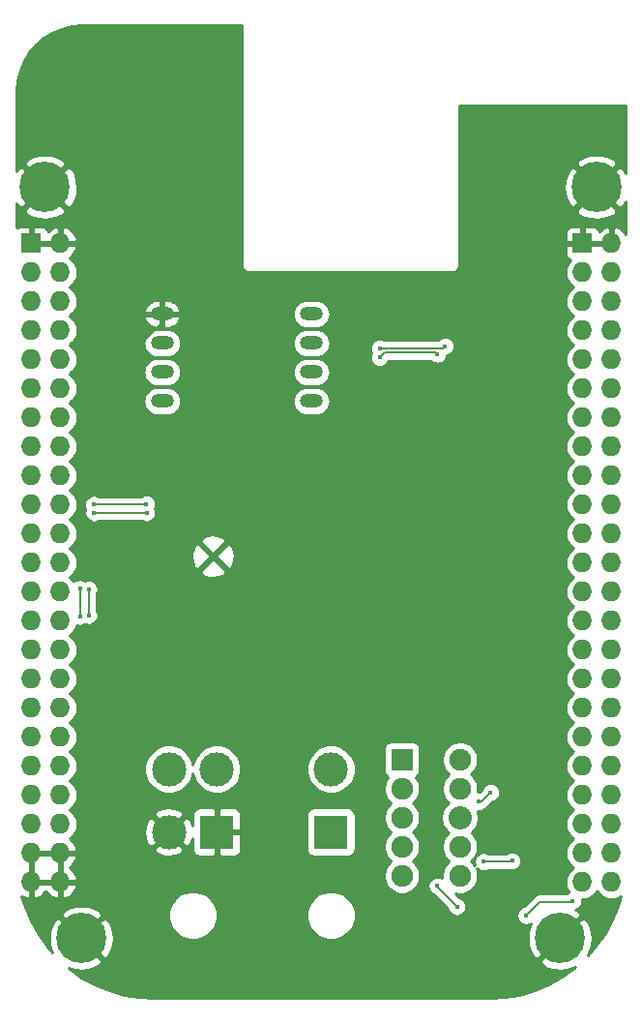
<source format=gbr>
G04 #@! TF.GenerationSoftware,KiCad,Pcbnew,(5.1.2-1)-1*
G04 #@! TF.CreationDate,2019-06-05T17:00:04-02:30*
G04 #@! TF.ProjectId,BeagleCape V2,42656167-6c65-4436-9170-652056322e6b,rev?*
G04 #@! TF.SameCoordinates,Original*
G04 #@! TF.FileFunction,Copper,L2,Bot*
G04 #@! TF.FilePolarity,Positive*
%FSLAX46Y46*%
G04 Gerber Fmt 4.6, Leading zero omitted, Abs format (unit mm)*
G04 Created by KiCad (PCBNEW (5.1.2-1)-1) date 2019-06-05 17:00:04*
%MOMM*%
%LPD*%
G04 APERTURE LIST*
%ADD10R,1.727200X1.727200*%
%ADD11O,1.727200X1.727200*%
%ADD12O,2.000000X1.200000*%
%ADD13C,1.397000*%
%ADD14C,1.899920*%
%ADD15C,2.032000*%
%ADD16R,1.899920X1.899920*%
%ADD17C,3.000000*%
%ADD18R,3.000000X3.000000*%
%ADD19C,4.400000*%
%ADD20C,0.600000*%
%ADD21C,0.400000*%
%ADD22C,0.152400*%
%ADD23C,0.254000*%
G04 APERTURE END LIST*
D10*
X164630100Y-62382400D03*
D11*
X167170100Y-62382400D03*
X164630100Y-64922400D03*
X167170100Y-64922400D03*
X164630100Y-67462400D03*
X167170100Y-67462400D03*
X164630100Y-70002400D03*
X167170100Y-70002400D03*
X164630100Y-72542400D03*
X167170100Y-72542400D03*
X164630100Y-75082400D03*
X167170100Y-75082400D03*
X164630100Y-77622400D03*
X167170100Y-77622400D03*
X164630100Y-80162400D03*
X167170100Y-80162400D03*
X164630100Y-82702400D03*
X167170100Y-82702400D03*
X164630100Y-85242400D03*
X167170100Y-85242400D03*
X164630100Y-87782400D03*
X167170100Y-87782400D03*
X164630100Y-90322400D03*
X167170100Y-90322400D03*
X164630100Y-92862400D03*
X167170100Y-92862400D03*
X164630100Y-95402400D03*
X167170100Y-95402400D03*
X164630100Y-97942400D03*
X167170100Y-97942400D03*
X164630100Y-100482400D03*
X167170100Y-100482400D03*
X164630100Y-103022400D03*
X167170100Y-103022400D03*
X164630100Y-105562400D03*
X167170100Y-105562400D03*
X164630100Y-108102400D03*
X167170100Y-108102400D03*
X164630100Y-110642400D03*
X167170100Y-110642400D03*
X164630100Y-113182400D03*
X167170100Y-113182400D03*
X164630100Y-115722400D03*
X167170100Y-115722400D03*
X164630100Y-118262400D03*
X167170100Y-118262400D03*
D10*
X116370100Y-62382400D03*
D11*
X118910100Y-62382400D03*
X116370100Y-64922400D03*
X118910100Y-64922400D03*
X116370100Y-67462400D03*
X118910100Y-67462400D03*
X116370100Y-70002400D03*
X118910100Y-70002400D03*
X116370100Y-72542400D03*
X118910100Y-72542400D03*
X116370100Y-75082400D03*
X118910100Y-75082400D03*
X116370100Y-77622400D03*
X118910100Y-77622400D03*
X116370100Y-80162400D03*
X118910100Y-80162400D03*
X116370100Y-82702400D03*
X118910100Y-82702400D03*
X116370100Y-85242400D03*
X118910100Y-85242400D03*
X116370100Y-87782400D03*
X118910100Y-87782400D03*
X116370100Y-90322400D03*
X118910100Y-90322400D03*
X116370100Y-92862400D03*
X118910100Y-92862400D03*
X116370100Y-95402400D03*
X118910100Y-95402400D03*
X116370100Y-97942400D03*
X118910100Y-97942400D03*
X116370100Y-100482400D03*
X118910100Y-100482400D03*
X116370100Y-103022400D03*
X118910100Y-103022400D03*
X116370100Y-105562400D03*
X118910100Y-105562400D03*
X116370100Y-108102400D03*
X118910100Y-108102400D03*
X116370100Y-110642400D03*
X118910100Y-110642400D03*
X116370100Y-113182400D03*
X118910100Y-113182400D03*
X116370100Y-115722400D03*
X118910100Y-115722400D03*
X116370100Y-118262400D03*
X118910100Y-118262400D03*
D12*
X140910100Y-68572400D03*
X127830100Y-68572400D03*
X140910100Y-71112400D03*
X127830100Y-71112400D03*
X140910100Y-73652400D03*
X127830100Y-73652400D03*
X140910100Y-76192400D03*
X127830100Y-76192400D03*
D13*
X148830100Y-110092400D03*
D14*
X153910100Y-107552400D03*
X153910100Y-110092400D03*
D15*
X153910100Y-112632400D03*
D14*
X153910100Y-115172400D03*
X153910100Y-117712400D03*
X148830100Y-117712400D03*
X148830100Y-115172400D03*
X148830100Y-112632400D03*
X148830100Y-110092400D03*
D16*
X148830100Y-107552400D03*
D17*
X142620100Y-108382400D03*
D18*
X142620100Y-113882400D03*
D17*
X128420100Y-108382400D03*
X132620100Y-108382400D03*
X128420100Y-113882400D03*
D18*
X132620100Y-113882400D03*
D19*
X165870100Y-57482400D03*
X117570100Y-57482400D03*
X120770100Y-123182400D03*
X162670100Y-123182400D03*
D20*
X124545100Y-67432400D03*
X145370100Y-67157400D03*
X160370100Y-54132400D03*
X134120100Y-93432400D03*
X125705100Y-94747400D03*
D21*
X133370100Y-80882400D03*
X137370100Y-78632400D03*
X136870100Y-73632400D03*
X135120100Y-75882400D03*
X131620100Y-73882400D03*
X131120100Y-77632400D03*
X122870100Y-74882400D03*
X122120100Y-72882400D03*
X121870100Y-78632400D03*
X123870100Y-90132400D03*
X124870100Y-91132400D03*
X126120100Y-91632400D03*
X122870100Y-91882400D03*
X121620100Y-88382400D03*
X121870100Y-85957400D03*
X126470100Y-85957400D03*
X146870100Y-72357400D03*
X151945100Y-72082400D03*
X121835100Y-85242400D03*
X126445100Y-85207400D03*
X146870100Y-71557400D03*
X152620100Y-71382400D03*
X120620100Y-92582400D03*
X120620100Y-95007400D03*
X121395100Y-92632400D03*
X121395100Y-94932400D03*
X159695100Y-121182400D03*
X163795100Y-119907400D03*
X153645100Y-120407400D03*
X151920100Y-118607400D03*
X155970100Y-116482400D03*
X158470100Y-116407400D03*
X155545100Y-111232400D03*
X156595100Y-110432400D03*
D22*
X134120100Y-91582400D02*
X134120100Y-93432400D01*
X132295100Y-89757400D02*
X134120100Y-91582400D01*
X128230100Y-68572400D02*
X128290100Y-68632400D01*
X127830100Y-68572400D02*
X128230100Y-68572400D01*
X128290100Y-68632400D02*
X129870100Y-68632400D01*
X133370100Y-72132400D02*
X133370100Y-80882400D01*
X129870100Y-68632400D02*
X133370100Y-72132400D01*
X136870100Y-78132400D02*
X136870100Y-73632400D01*
X137370100Y-78632400D02*
X136870100Y-78132400D01*
X133120100Y-73882400D02*
X131620100Y-73882400D01*
X135120100Y-75882400D02*
X133120100Y-73882400D01*
X122870100Y-74284800D02*
X122870100Y-74882400D01*
X127830100Y-69324800D02*
X122870100Y-74284800D01*
X127830100Y-68572400D02*
X127830100Y-69324800D01*
X121870100Y-73132400D02*
X121870100Y-78632400D01*
X122120100Y-72882400D02*
X121870100Y-73132400D01*
X131045101Y-88507401D02*
X128245099Y-88507401D01*
X132295100Y-89757400D02*
X131045101Y-88507401D01*
X126620100Y-90132400D02*
X123870100Y-90132400D01*
X128245099Y-88507401D02*
X126620100Y-90132400D01*
X125620100Y-91132400D02*
X126120100Y-91632400D01*
X124870100Y-91132400D02*
X125620100Y-91132400D01*
X122870100Y-89632400D02*
X121620100Y-88382400D01*
X122870100Y-91882400D02*
X122870100Y-89632400D01*
X121870100Y-85957400D02*
X126470100Y-85957400D01*
X151795100Y-71932400D02*
X151945100Y-72082400D01*
X147295100Y-71932400D02*
X151795100Y-71932400D01*
X146870100Y-72357400D02*
X147295100Y-71932400D01*
X126410100Y-85242400D02*
X126445100Y-85207400D01*
X121835100Y-85242400D02*
X126410100Y-85242400D01*
X146870100Y-71557400D02*
X152445100Y-71557400D01*
X152445100Y-71557400D02*
X152620100Y-71382400D01*
X120620100Y-92582400D02*
X120620100Y-95007400D01*
X121395100Y-92632400D02*
X121395100Y-94932400D01*
X160895100Y-119982400D02*
X159695100Y-121182400D01*
X163720100Y-119982400D02*
X160895100Y-119982400D01*
X163795100Y-119907400D02*
X163720100Y-119982400D01*
X151920100Y-118682400D02*
X151920100Y-118607400D01*
X153645100Y-120407400D02*
X151920100Y-118682400D01*
X158395100Y-116482400D02*
X158470100Y-116407400D01*
X155970100Y-116482400D02*
X158395100Y-116482400D01*
X155795100Y-111232400D02*
X156595100Y-110432400D01*
X155545100Y-111232400D02*
X155795100Y-111232400D01*
D23*
G36*
X134783830Y-64256149D02*
G01*
X134780752Y-64287400D01*
X134793037Y-64412131D01*
X134829419Y-64532068D01*
X134888502Y-64642603D01*
X134968013Y-64739487D01*
X135064897Y-64818998D01*
X135175432Y-64878081D01*
X135295369Y-64914463D01*
X135420100Y-64926748D01*
X135451351Y-64923670D01*
X153168849Y-64923670D01*
X153200100Y-64926748D01*
X153231351Y-64923670D01*
X153244246Y-64922400D01*
X153324831Y-64914463D01*
X153444768Y-64878081D01*
X153555303Y-64818998D01*
X153652187Y-64739487D01*
X153731698Y-64642603D01*
X153790781Y-64532068D01*
X153827163Y-64412131D01*
X153836370Y-64318651D01*
X153836370Y-64318650D01*
X153839448Y-64287400D01*
X153836370Y-64256149D01*
X153836370Y-61518800D01*
X163128428Y-61518800D01*
X163131500Y-62096650D01*
X163290250Y-62255400D01*
X164503100Y-62255400D01*
X164503100Y-61042550D01*
X164757100Y-61042550D01*
X164757100Y-62255400D01*
X167043100Y-62255400D01*
X167043100Y-61047936D01*
X166811073Y-60927437D01*
X166534122Y-61025436D01*
X166281612Y-61175583D01*
X166102153Y-61337092D01*
X166083202Y-61274620D01*
X166024237Y-61164306D01*
X165944885Y-61067615D01*
X165848194Y-60988263D01*
X165737880Y-60929298D01*
X165618182Y-60892988D01*
X165493700Y-60880728D01*
X164915850Y-60883800D01*
X164757100Y-61042550D01*
X164503100Y-61042550D01*
X164344350Y-60883800D01*
X163766500Y-60880728D01*
X163642018Y-60892988D01*
X163522320Y-60929298D01*
X163412006Y-60988263D01*
X163315315Y-61067615D01*
X163235963Y-61164306D01*
X163176998Y-61274620D01*
X163140688Y-61394318D01*
X163128428Y-61518800D01*
X153836370Y-61518800D01*
X153836370Y-59472175D01*
X164059930Y-59472175D01*
X164300076Y-59859418D01*
X164793977Y-60120041D01*
X165329233Y-60279301D01*
X165885274Y-60331078D01*
X166440732Y-60273381D01*
X166974261Y-60108428D01*
X167440124Y-59859418D01*
X167680270Y-59472175D01*
X165870100Y-57662005D01*
X164059930Y-59472175D01*
X153836370Y-59472175D01*
X153836370Y-57497574D01*
X163021422Y-57497574D01*
X163079119Y-58053032D01*
X163244072Y-58586561D01*
X163493082Y-59052424D01*
X163880325Y-59292570D01*
X165690495Y-57482400D01*
X163880325Y-55672230D01*
X163493082Y-55912376D01*
X163232459Y-56406277D01*
X163073199Y-56941533D01*
X163021422Y-57497574D01*
X153836370Y-57497574D01*
X153836370Y-55492625D01*
X164059930Y-55492625D01*
X165870100Y-57302795D01*
X167680270Y-55492625D01*
X167440124Y-55105382D01*
X166946223Y-54844759D01*
X166410967Y-54685499D01*
X165854926Y-54633722D01*
X165299468Y-54691419D01*
X164765939Y-54856372D01*
X164300076Y-55105382D01*
X164059930Y-55492625D01*
X153836370Y-55492625D01*
X153836370Y-50318670D01*
X168438831Y-50318670D01*
X168438831Y-56271044D01*
X168247118Y-55912376D01*
X167859875Y-55672230D01*
X166049705Y-57482400D01*
X167859875Y-59292570D01*
X168247118Y-59052424D01*
X168438831Y-58689113D01*
X168438831Y-61588780D01*
X168276954Y-61372107D01*
X168058588Y-61175583D01*
X167806078Y-61025436D01*
X167529127Y-60927437D01*
X167297100Y-61047936D01*
X167297100Y-62255400D01*
X167317100Y-62255400D01*
X167317100Y-62509400D01*
X167297100Y-62509400D01*
X167297100Y-62529400D01*
X167043100Y-62529400D01*
X167043100Y-62509400D01*
X164757100Y-62509400D01*
X164757100Y-62529400D01*
X164503100Y-62529400D01*
X164503100Y-62509400D01*
X163290250Y-62509400D01*
X163131500Y-62668150D01*
X163128428Y-63246000D01*
X163140688Y-63370482D01*
X163176998Y-63490180D01*
X163235963Y-63600494D01*
X163315315Y-63697185D01*
X163412006Y-63776537D01*
X163522320Y-63835502D01*
X163573365Y-63850986D01*
X163565303Y-63857603D01*
X163378031Y-64085794D01*
X163238875Y-64346136D01*
X163153184Y-64628623D01*
X163124249Y-64922400D01*
X163153184Y-65216177D01*
X163238875Y-65498664D01*
X163378031Y-65759006D01*
X163565303Y-65987197D01*
X163793494Y-66174469D01*
X163827040Y-66192400D01*
X163793494Y-66210331D01*
X163565303Y-66397603D01*
X163378031Y-66625794D01*
X163238875Y-66886136D01*
X163153184Y-67168623D01*
X163124249Y-67462400D01*
X163153184Y-67756177D01*
X163238875Y-68038664D01*
X163378031Y-68299006D01*
X163565303Y-68527197D01*
X163793494Y-68714469D01*
X163827040Y-68732400D01*
X163793494Y-68750331D01*
X163565303Y-68937603D01*
X163378031Y-69165794D01*
X163238875Y-69426136D01*
X163153184Y-69708623D01*
X163124249Y-70002400D01*
X163153184Y-70296177D01*
X163238875Y-70578664D01*
X163378031Y-70839006D01*
X163565303Y-71067197D01*
X163793494Y-71254469D01*
X163827040Y-71272400D01*
X163793494Y-71290331D01*
X163565303Y-71477603D01*
X163378031Y-71705794D01*
X163238875Y-71966136D01*
X163153184Y-72248623D01*
X163124249Y-72542400D01*
X163153184Y-72836177D01*
X163238875Y-73118664D01*
X163378031Y-73379006D01*
X163565303Y-73607197D01*
X163793494Y-73794469D01*
X163827040Y-73812400D01*
X163793494Y-73830331D01*
X163565303Y-74017603D01*
X163378031Y-74245794D01*
X163238875Y-74506136D01*
X163153184Y-74788623D01*
X163124249Y-75082400D01*
X163153184Y-75376177D01*
X163238875Y-75658664D01*
X163378031Y-75919006D01*
X163565303Y-76147197D01*
X163793494Y-76334469D01*
X163827040Y-76352400D01*
X163793494Y-76370331D01*
X163565303Y-76557603D01*
X163378031Y-76785794D01*
X163238875Y-77046136D01*
X163153184Y-77328623D01*
X163124249Y-77622400D01*
X163153184Y-77916177D01*
X163238875Y-78198664D01*
X163378031Y-78459006D01*
X163565303Y-78687197D01*
X163793494Y-78874469D01*
X163827040Y-78892400D01*
X163793494Y-78910331D01*
X163565303Y-79097603D01*
X163378031Y-79325794D01*
X163238875Y-79586136D01*
X163153184Y-79868623D01*
X163124249Y-80162400D01*
X163153184Y-80456177D01*
X163238875Y-80738664D01*
X163378031Y-80999006D01*
X163565303Y-81227197D01*
X163793494Y-81414469D01*
X163827040Y-81432400D01*
X163793494Y-81450331D01*
X163565303Y-81637603D01*
X163378031Y-81865794D01*
X163238875Y-82126136D01*
X163153184Y-82408623D01*
X163124249Y-82702400D01*
X163153184Y-82996177D01*
X163238875Y-83278664D01*
X163378031Y-83539006D01*
X163565303Y-83767197D01*
X163793494Y-83954469D01*
X163827040Y-83972400D01*
X163793494Y-83990331D01*
X163565303Y-84177603D01*
X163378031Y-84405794D01*
X163238875Y-84666136D01*
X163153184Y-84948623D01*
X163124249Y-85242400D01*
X163153184Y-85536177D01*
X163238875Y-85818664D01*
X163378031Y-86079006D01*
X163565303Y-86307197D01*
X163793494Y-86494469D01*
X163827040Y-86512400D01*
X163793494Y-86530331D01*
X163565303Y-86717603D01*
X163378031Y-86945794D01*
X163238875Y-87206136D01*
X163153184Y-87488623D01*
X163124249Y-87782400D01*
X163153184Y-88076177D01*
X163238875Y-88358664D01*
X163378031Y-88619006D01*
X163565303Y-88847197D01*
X163793494Y-89034469D01*
X163827040Y-89052400D01*
X163793494Y-89070331D01*
X163565303Y-89257603D01*
X163378031Y-89485794D01*
X163238875Y-89746136D01*
X163153184Y-90028623D01*
X163124249Y-90322400D01*
X163153184Y-90616177D01*
X163238875Y-90898664D01*
X163378031Y-91159006D01*
X163565303Y-91387197D01*
X163793494Y-91574469D01*
X163827040Y-91592400D01*
X163793494Y-91610331D01*
X163565303Y-91797603D01*
X163378031Y-92025794D01*
X163238875Y-92286136D01*
X163153184Y-92568623D01*
X163124249Y-92862400D01*
X163153184Y-93156177D01*
X163238875Y-93438664D01*
X163378031Y-93699006D01*
X163565303Y-93927197D01*
X163793494Y-94114469D01*
X163827040Y-94132400D01*
X163793494Y-94150331D01*
X163565303Y-94337603D01*
X163378031Y-94565794D01*
X163238875Y-94826136D01*
X163153184Y-95108623D01*
X163124249Y-95402400D01*
X163153184Y-95696177D01*
X163238875Y-95978664D01*
X163378031Y-96239006D01*
X163565303Y-96467197D01*
X163793494Y-96654469D01*
X163827040Y-96672400D01*
X163793494Y-96690331D01*
X163565303Y-96877603D01*
X163378031Y-97105794D01*
X163238875Y-97366136D01*
X163153184Y-97648623D01*
X163124249Y-97942400D01*
X163153184Y-98236177D01*
X163238875Y-98518664D01*
X163378031Y-98779006D01*
X163565303Y-99007197D01*
X163793494Y-99194469D01*
X163827040Y-99212400D01*
X163793494Y-99230331D01*
X163565303Y-99417603D01*
X163378031Y-99645794D01*
X163238875Y-99906136D01*
X163153184Y-100188623D01*
X163124249Y-100482400D01*
X163153184Y-100776177D01*
X163238875Y-101058664D01*
X163378031Y-101319006D01*
X163565303Y-101547197D01*
X163793494Y-101734469D01*
X163827040Y-101752400D01*
X163793494Y-101770331D01*
X163565303Y-101957603D01*
X163378031Y-102185794D01*
X163238875Y-102446136D01*
X163153184Y-102728623D01*
X163124249Y-103022400D01*
X163153184Y-103316177D01*
X163238875Y-103598664D01*
X163378031Y-103859006D01*
X163565303Y-104087197D01*
X163793494Y-104274469D01*
X163827040Y-104292400D01*
X163793494Y-104310331D01*
X163565303Y-104497603D01*
X163378031Y-104725794D01*
X163238875Y-104986136D01*
X163153184Y-105268623D01*
X163124249Y-105562400D01*
X163153184Y-105856177D01*
X163238875Y-106138664D01*
X163378031Y-106399006D01*
X163565303Y-106627197D01*
X163793494Y-106814469D01*
X163827040Y-106832400D01*
X163793494Y-106850331D01*
X163565303Y-107037603D01*
X163378031Y-107265794D01*
X163238875Y-107526136D01*
X163153184Y-107808623D01*
X163124249Y-108102400D01*
X163153184Y-108396177D01*
X163238875Y-108678664D01*
X163378031Y-108939006D01*
X163565303Y-109167197D01*
X163793494Y-109354469D01*
X163827040Y-109372400D01*
X163793494Y-109390331D01*
X163565303Y-109577603D01*
X163378031Y-109805794D01*
X163238875Y-110066136D01*
X163153184Y-110348623D01*
X163124249Y-110642400D01*
X163153184Y-110936177D01*
X163238875Y-111218664D01*
X163378031Y-111479006D01*
X163565303Y-111707197D01*
X163793494Y-111894469D01*
X163827040Y-111912400D01*
X163793494Y-111930331D01*
X163565303Y-112117603D01*
X163378031Y-112345794D01*
X163238875Y-112606136D01*
X163153184Y-112888623D01*
X163124249Y-113182400D01*
X163153184Y-113476177D01*
X163238875Y-113758664D01*
X163378031Y-114019006D01*
X163565303Y-114247197D01*
X163793494Y-114434469D01*
X163827040Y-114452400D01*
X163793494Y-114470331D01*
X163565303Y-114657603D01*
X163378031Y-114885794D01*
X163238875Y-115146136D01*
X163153184Y-115428623D01*
X163124249Y-115722400D01*
X163153184Y-116016177D01*
X163238875Y-116298664D01*
X163378031Y-116559006D01*
X163565303Y-116787197D01*
X163793494Y-116974469D01*
X163827040Y-116992400D01*
X163793494Y-117010331D01*
X163565303Y-117197603D01*
X163378031Y-117425794D01*
X163238875Y-117686136D01*
X163153184Y-117968623D01*
X163124249Y-118262400D01*
X163153184Y-118556177D01*
X163238875Y-118838664D01*
X163378031Y-119099006D01*
X163425408Y-119156734D01*
X163399579Y-119167433D01*
X163262819Y-119258813D01*
X163250432Y-119271200D01*
X160930025Y-119271200D01*
X160895099Y-119267760D01*
X160860173Y-119271200D01*
X160860164Y-119271200D01*
X160755680Y-119281491D01*
X160621619Y-119322158D01*
X160535960Y-119367944D01*
X160498067Y-119388198D01*
X160416908Y-119454803D01*
X160416904Y-119454807D01*
X160389773Y-119477073D01*
X160367507Y-119504204D01*
X159502325Y-120369387D01*
X159451540Y-120379489D01*
X159299579Y-120442433D01*
X159162819Y-120533813D01*
X159046513Y-120650119D01*
X158955133Y-120786879D01*
X158892189Y-120938840D01*
X158860100Y-121100160D01*
X158860100Y-121264640D01*
X158892189Y-121425960D01*
X158955133Y-121577921D01*
X159046513Y-121714681D01*
X159162819Y-121830987D01*
X159299579Y-121922367D01*
X159451540Y-121985311D01*
X159612860Y-122017400D01*
X159777340Y-122017400D01*
X159938660Y-121985311D01*
X160090621Y-121922367D01*
X160150682Y-121882236D01*
X160032459Y-122106277D01*
X159873199Y-122641533D01*
X159821422Y-123197574D01*
X159879119Y-123753032D01*
X160044072Y-124286561D01*
X160293082Y-124752424D01*
X160680325Y-124992570D01*
X162490495Y-123182400D01*
X162476353Y-123168258D01*
X162655958Y-122988653D01*
X162670100Y-123002795D01*
X164480270Y-121192625D01*
X164240124Y-120805382D01*
X164050591Y-120705369D01*
X164190621Y-120647367D01*
X164327381Y-120555987D01*
X164443687Y-120439681D01*
X164535067Y-120302921D01*
X164598011Y-120150960D01*
X164630100Y-119989640D01*
X164630100Y-119825160D01*
X164617338Y-119761000D01*
X164703719Y-119761000D01*
X164923877Y-119739316D01*
X165206364Y-119653625D01*
X165466706Y-119514469D01*
X165694897Y-119327197D01*
X165882169Y-119099006D01*
X165900100Y-119065460D01*
X165918031Y-119099006D01*
X166105303Y-119327197D01*
X166333494Y-119514469D01*
X166593836Y-119653625D01*
X166876323Y-119739316D01*
X167096481Y-119761000D01*
X167243719Y-119761000D01*
X167463877Y-119739316D01*
X167746364Y-119653625D01*
X167997742Y-119519260D01*
X167766864Y-120324430D01*
X167253667Y-121569537D01*
X166604882Y-122749674D01*
X165828586Y-123850144D01*
X165075856Y-124697963D01*
X165307741Y-124258523D01*
X165467001Y-123723267D01*
X165518778Y-123167226D01*
X165461081Y-122611768D01*
X165296128Y-122078239D01*
X165047118Y-121612376D01*
X164659875Y-121372230D01*
X162849705Y-123182400D01*
X162863848Y-123196543D01*
X162684243Y-123376148D01*
X162670100Y-123362005D01*
X160859930Y-125172175D01*
X161100076Y-125559418D01*
X161593977Y-125820041D01*
X162129233Y-125979301D01*
X162685274Y-126031078D01*
X163240732Y-125973381D01*
X163774261Y-125808428D01*
X164029638Y-125671926D01*
X163933653Y-125758351D01*
X162838639Y-126542304D01*
X161663061Y-127199313D01*
X160421563Y-127721191D01*
X159129638Y-128101425D01*
X157803368Y-128335282D01*
X156442664Y-128420891D01*
X156374031Y-128421130D01*
X127182875Y-128421130D01*
X125820482Y-128344961D01*
X124492617Y-128120369D01*
X123198070Y-127749164D01*
X121952963Y-127235967D01*
X120772826Y-126587182D01*
X119672356Y-125810886D01*
X119666098Y-125805330D01*
X119693977Y-125820041D01*
X120229233Y-125979301D01*
X120785274Y-126031078D01*
X121340732Y-125973381D01*
X121874261Y-125808428D01*
X122340124Y-125559418D01*
X122580270Y-125172175D01*
X120770100Y-123362005D01*
X120755958Y-123376148D01*
X120576353Y-123196543D01*
X120590495Y-123182400D01*
X120949705Y-123182400D01*
X122759875Y-124992570D01*
X123147118Y-124752424D01*
X123407741Y-124258523D01*
X123567001Y-123723267D01*
X123618778Y-123167226D01*
X123561081Y-122611768D01*
X123396128Y-122078239D01*
X123147118Y-121612376D01*
X122759875Y-121372230D01*
X120949705Y-123182400D01*
X120590495Y-123182400D01*
X118780325Y-121372230D01*
X118393082Y-121612376D01*
X118132459Y-122106277D01*
X117973199Y-122641533D01*
X117921422Y-123197574D01*
X117979119Y-123753032D01*
X118144072Y-124286561D01*
X118211602Y-124412899D01*
X117764149Y-123915953D01*
X116980196Y-122820939D01*
X116323187Y-121645361D01*
X116132875Y-121192625D01*
X118959930Y-121192625D01*
X120770100Y-123002795D01*
X122580270Y-121192625D01*
X122443527Y-120972121D01*
X128385100Y-120972121D01*
X128385100Y-121392679D01*
X128467147Y-121805156D01*
X128628088Y-122193702D01*
X128861737Y-122543383D01*
X129159117Y-122840763D01*
X129508798Y-123074412D01*
X129897344Y-123235353D01*
X130309821Y-123317400D01*
X130730379Y-123317400D01*
X131142856Y-123235353D01*
X131531402Y-123074412D01*
X131881083Y-122840763D01*
X132178463Y-122543383D01*
X132412112Y-122193702D01*
X132573053Y-121805156D01*
X132655100Y-121392679D01*
X132655100Y-120972121D01*
X140485100Y-120972121D01*
X140485100Y-121392679D01*
X140567147Y-121805156D01*
X140728088Y-122193702D01*
X140961737Y-122543383D01*
X141259117Y-122840763D01*
X141608798Y-123074412D01*
X141997344Y-123235353D01*
X142409821Y-123317400D01*
X142830379Y-123317400D01*
X143242856Y-123235353D01*
X143631402Y-123074412D01*
X143981083Y-122840763D01*
X144278463Y-122543383D01*
X144512112Y-122193702D01*
X144673053Y-121805156D01*
X144755100Y-121392679D01*
X144755100Y-120972121D01*
X144673053Y-120559644D01*
X144512112Y-120171098D01*
X144278463Y-119821417D01*
X143981083Y-119524037D01*
X143631402Y-119290388D01*
X143242856Y-119129447D01*
X142830379Y-119047400D01*
X142409821Y-119047400D01*
X141997344Y-119129447D01*
X141608798Y-119290388D01*
X141259117Y-119524037D01*
X140961737Y-119821417D01*
X140728088Y-120171098D01*
X140567147Y-120559644D01*
X140485100Y-120972121D01*
X132655100Y-120972121D01*
X132573053Y-120559644D01*
X132412112Y-120171098D01*
X132178463Y-119821417D01*
X131881083Y-119524037D01*
X131531402Y-119290388D01*
X131142856Y-119129447D01*
X130730379Y-119047400D01*
X130309821Y-119047400D01*
X129897344Y-119129447D01*
X129508798Y-119290388D01*
X129159117Y-119524037D01*
X128861737Y-119821417D01*
X128628088Y-120171098D01*
X128467147Y-120559644D01*
X128385100Y-120972121D01*
X122443527Y-120972121D01*
X122340124Y-120805382D01*
X121846223Y-120544759D01*
X121310967Y-120385499D01*
X120754926Y-120333722D01*
X120199468Y-120391419D01*
X119665939Y-120556372D01*
X119200076Y-120805382D01*
X118959930Y-121192625D01*
X116132875Y-121192625D01*
X115801309Y-120403863D01*
X115535692Y-119501374D01*
X115734122Y-119619364D01*
X116011073Y-119717363D01*
X116243100Y-119596864D01*
X116243100Y-118389400D01*
X116497100Y-118389400D01*
X116497100Y-119596864D01*
X116729127Y-119717363D01*
X117006078Y-119619364D01*
X117258588Y-119469217D01*
X117476954Y-119272693D01*
X117640100Y-119054322D01*
X117803246Y-119272693D01*
X118021612Y-119469217D01*
X118274122Y-119619364D01*
X118551073Y-119717363D01*
X118783100Y-119596864D01*
X118783100Y-118389400D01*
X119037100Y-118389400D01*
X119037100Y-119596864D01*
X119269127Y-119717363D01*
X119546078Y-119619364D01*
X119798588Y-119469217D01*
X120016954Y-119272693D01*
X120192784Y-119037344D01*
X120319322Y-118772214D01*
X120365058Y-118621426D01*
X120243917Y-118389400D01*
X119037100Y-118389400D01*
X118783100Y-118389400D01*
X116497100Y-118389400D01*
X116243100Y-118389400D01*
X116223100Y-118389400D01*
X116223100Y-118135400D01*
X116243100Y-118135400D01*
X116243100Y-115849400D01*
X116497100Y-115849400D01*
X116497100Y-118135400D01*
X118783100Y-118135400D01*
X118783100Y-115849400D01*
X119037100Y-115849400D01*
X119037100Y-118135400D01*
X120243917Y-118135400D01*
X120365058Y-117903374D01*
X120319322Y-117752586D01*
X120192784Y-117487456D01*
X120016954Y-117252107D01*
X119798588Y-117055583D01*
X119692330Y-116992400D01*
X119798588Y-116929217D01*
X120016954Y-116732693D01*
X120192784Y-116497344D01*
X120319322Y-116232214D01*
X120365058Y-116081426D01*
X120243917Y-115849400D01*
X119037100Y-115849400D01*
X118783100Y-115849400D01*
X116497100Y-115849400D01*
X116243100Y-115849400D01*
X116223100Y-115849400D01*
X116223100Y-115595400D01*
X116243100Y-115595400D01*
X116243100Y-115575400D01*
X116497100Y-115575400D01*
X116497100Y-115595400D01*
X118783100Y-115595400D01*
X118783100Y-115575400D01*
X119037100Y-115575400D01*
X119037100Y-115595400D01*
X120243917Y-115595400D01*
X120359482Y-115374053D01*
X127108052Y-115374053D01*
X127264062Y-115689614D01*
X127638845Y-115880420D01*
X128043651Y-115994444D01*
X128462924Y-116027302D01*
X128880551Y-115977734D01*
X129280483Y-115847643D01*
X129576138Y-115689614D01*
X129732148Y-115374053D01*
X128420100Y-114062005D01*
X127108052Y-115374053D01*
X120359482Y-115374053D01*
X120365058Y-115363374D01*
X120319322Y-115212586D01*
X120192784Y-114947456D01*
X120016954Y-114712107D01*
X119798588Y-114515583D01*
X119702190Y-114458263D01*
X119746706Y-114434469D01*
X119974897Y-114247197D01*
X120162169Y-114019006D01*
X120212296Y-113925224D01*
X126275198Y-113925224D01*
X126324766Y-114342851D01*
X126454857Y-114742783D01*
X126612886Y-115038438D01*
X126928447Y-115194448D01*
X128240495Y-113882400D01*
X128599705Y-113882400D01*
X129911753Y-115194448D01*
X130227314Y-115038438D01*
X130418120Y-114663655D01*
X130484442Y-114428199D01*
X130482028Y-115382400D01*
X130494288Y-115506882D01*
X130530598Y-115626580D01*
X130589563Y-115736894D01*
X130668915Y-115833585D01*
X130765606Y-115912937D01*
X130875920Y-115971902D01*
X130995618Y-116008212D01*
X131120100Y-116020472D01*
X132334350Y-116017400D01*
X132493100Y-115858650D01*
X132493100Y-114009400D01*
X132747100Y-114009400D01*
X132747100Y-115858650D01*
X132905850Y-116017400D01*
X134120100Y-116020472D01*
X134244582Y-116008212D01*
X134364280Y-115971902D01*
X134474594Y-115912937D01*
X134571285Y-115833585D01*
X134650637Y-115736894D01*
X134709602Y-115626580D01*
X134745912Y-115506882D01*
X134758172Y-115382400D01*
X134755100Y-114168150D01*
X134596350Y-114009400D01*
X132747100Y-114009400D01*
X132493100Y-114009400D01*
X132473100Y-114009400D01*
X132473100Y-113755400D01*
X132493100Y-113755400D01*
X132493100Y-111906150D01*
X132747100Y-111906150D01*
X132747100Y-113755400D01*
X134596350Y-113755400D01*
X134755100Y-113596650D01*
X134758172Y-112382400D01*
X140482028Y-112382400D01*
X140482028Y-115382400D01*
X140494288Y-115506882D01*
X140530598Y-115626580D01*
X140589563Y-115736894D01*
X140668915Y-115833585D01*
X140765606Y-115912937D01*
X140875920Y-115971902D01*
X140995618Y-116008212D01*
X141120100Y-116020472D01*
X144120100Y-116020472D01*
X144244582Y-116008212D01*
X144364280Y-115971902D01*
X144474594Y-115912937D01*
X144571285Y-115833585D01*
X144650637Y-115736894D01*
X144709602Y-115626580D01*
X144745912Y-115506882D01*
X144758172Y-115382400D01*
X144758172Y-112382400D01*
X144745912Y-112257918D01*
X144709602Y-112138220D01*
X144650637Y-112027906D01*
X144571285Y-111931215D01*
X144474594Y-111851863D01*
X144364280Y-111792898D01*
X144244582Y-111756588D01*
X144120100Y-111744328D01*
X141120100Y-111744328D01*
X140995618Y-111756588D01*
X140875920Y-111792898D01*
X140765606Y-111851863D01*
X140668915Y-111931215D01*
X140589563Y-112027906D01*
X140530598Y-112138220D01*
X140494288Y-112257918D01*
X140482028Y-112382400D01*
X134758172Y-112382400D01*
X134745912Y-112257918D01*
X134709602Y-112138220D01*
X134650637Y-112027906D01*
X134571285Y-111931215D01*
X134474594Y-111851863D01*
X134364280Y-111792898D01*
X134244582Y-111756588D01*
X134120100Y-111744328D01*
X132905850Y-111747400D01*
X132747100Y-111906150D01*
X132493100Y-111906150D01*
X132334350Y-111747400D01*
X131120100Y-111744328D01*
X130995618Y-111756588D01*
X130875920Y-111792898D01*
X130765606Y-111851863D01*
X130668915Y-111931215D01*
X130589563Y-112027906D01*
X130530598Y-112138220D01*
X130494288Y-112257918D01*
X130482028Y-112382400D01*
X130484417Y-113326594D01*
X130385343Y-113022017D01*
X130227314Y-112726362D01*
X129911753Y-112570352D01*
X128599705Y-113882400D01*
X128240495Y-113882400D01*
X126928447Y-112570352D01*
X126612886Y-112726362D01*
X126422080Y-113101145D01*
X126308056Y-113505951D01*
X126275198Y-113925224D01*
X120212296Y-113925224D01*
X120301325Y-113758664D01*
X120387016Y-113476177D01*
X120415951Y-113182400D01*
X120387016Y-112888623D01*
X120301325Y-112606136D01*
X120186197Y-112390747D01*
X127108052Y-112390747D01*
X128420100Y-113702795D01*
X129732148Y-112390747D01*
X129576138Y-112075186D01*
X129201355Y-111884380D01*
X128796549Y-111770356D01*
X128377276Y-111737498D01*
X127959649Y-111787066D01*
X127559717Y-111917157D01*
X127264062Y-112075186D01*
X127108052Y-112390747D01*
X120186197Y-112390747D01*
X120162169Y-112345794D01*
X119974897Y-112117603D01*
X119746706Y-111930331D01*
X119713160Y-111912400D01*
X119746706Y-111894469D01*
X119974897Y-111707197D01*
X120162169Y-111479006D01*
X120301325Y-111218664D01*
X120387016Y-110936177D01*
X120415951Y-110642400D01*
X120387016Y-110348623D01*
X120301325Y-110066136D01*
X120162169Y-109805794D01*
X119974897Y-109577603D01*
X119746706Y-109390331D01*
X119713160Y-109372400D01*
X119746706Y-109354469D01*
X119974897Y-109167197D01*
X120162169Y-108939006D01*
X120301325Y-108678664D01*
X120387016Y-108396177D01*
X120409083Y-108172121D01*
X126285100Y-108172121D01*
X126285100Y-108592679D01*
X126367147Y-109005156D01*
X126528088Y-109393702D01*
X126761737Y-109743383D01*
X127059117Y-110040763D01*
X127408798Y-110274412D01*
X127797344Y-110435353D01*
X128209821Y-110517400D01*
X128630379Y-110517400D01*
X129042856Y-110435353D01*
X129431402Y-110274412D01*
X129781083Y-110040763D01*
X130078463Y-109743383D01*
X130312112Y-109393702D01*
X130473053Y-109005156D01*
X130520100Y-108768635D01*
X130567147Y-109005156D01*
X130728088Y-109393702D01*
X130961737Y-109743383D01*
X131259117Y-110040763D01*
X131608798Y-110274412D01*
X131997344Y-110435353D01*
X132409821Y-110517400D01*
X132830379Y-110517400D01*
X133242856Y-110435353D01*
X133631402Y-110274412D01*
X133981083Y-110040763D01*
X134278463Y-109743383D01*
X134512112Y-109393702D01*
X134673053Y-109005156D01*
X134755100Y-108592679D01*
X134755100Y-108172121D01*
X140485100Y-108172121D01*
X140485100Y-108592679D01*
X140567147Y-109005156D01*
X140728088Y-109393702D01*
X140961737Y-109743383D01*
X141259117Y-110040763D01*
X141608798Y-110274412D01*
X141997344Y-110435353D01*
X142409821Y-110517400D01*
X142830379Y-110517400D01*
X143242856Y-110435353D01*
X143631402Y-110274412D01*
X143981083Y-110040763D01*
X144278463Y-109743383D01*
X144512112Y-109393702D01*
X144673053Y-109005156D01*
X144755100Y-108592679D01*
X144755100Y-108172121D01*
X144673053Y-107759644D01*
X144512112Y-107371098D01*
X144278463Y-107021417D01*
X143981083Y-106724037D01*
X143799100Y-106602440D01*
X147242068Y-106602440D01*
X147242068Y-108502360D01*
X147254328Y-108626842D01*
X147290638Y-108746540D01*
X147349603Y-108856854D01*
X147428955Y-108953545D01*
X147525646Y-109032897D01*
X147605466Y-109075562D01*
X147598981Y-109082047D01*
X147425527Y-109341640D01*
X147306049Y-109630084D01*
X147245140Y-109936295D01*
X147245140Y-110248505D01*
X147306049Y-110554716D01*
X147425527Y-110843160D01*
X147598981Y-111102753D01*
X147819747Y-111323519D01*
X147877937Y-111362400D01*
X147819747Y-111401281D01*
X147598981Y-111622047D01*
X147425527Y-111881640D01*
X147306049Y-112170084D01*
X147245140Y-112476295D01*
X147245140Y-112788505D01*
X147306049Y-113094716D01*
X147425527Y-113383160D01*
X147598981Y-113642753D01*
X147819747Y-113863519D01*
X147877937Y-113902400D01*
X147819747Y-113941281D01*
X147598981Y-114162047D01*
X147425527Y-114421640D01*
X147306049Y-114710084D01*
X147245140Y-115016295D01*
X147245140Y-115328505D01*
X147306049Y-115634716D01*
X147425527Y-115923160D01*
X147598981Y-116182753D01*
X147819747Y-116403519D01*
X147877937Y-116442400D01*
X147819747Y-116481281D01*
X147598981Y-116702047D01*
X147425527Y-116961640D01*
X147306049Y-117250084D01*
X147245140Y-117556295D01*
X147245140Y-117868505D01*
X147306049Y-118174716D01*
X147425527Y-118463160D01*
X147598981Y-118722753D01*
X147819747Y-118943519D01*
X148079340Y-119116973D01*
X148367784Y-119236451D01*
X148673995Y-119297360D01*
X148986205Y-119297360D01*
X149292416Y-119236451D01*
X149580860Y-119116973D01*
X149840453Y-118943519D01*
X150061219Y-118722753D01*
X150193246Y-118525160D01*
X151085100Y-118525160D01*
X151085100Y-118689640D01*
X151117189Y-118850960D01*
X151180133Y-119002921D01*
X151271513Y-119139681D01*
X151387819Y-119255987D01*
X151524579Y-119347367D01*
X151617959Y-119386046D01*
X152832087Y-120600176D01*
X152842189Y-120650960D01*
X152905133Y-120802921D01*
X152996513Y-120939681D01*
X153112819Y-121055987D01*
X153249579Y-121147367D01*
X153401540Y-121210311D01*
X153562860Y-121242400D01*
X153727340Y-121242400D01*
X153888660Y-121210311D01*
X154040621Y-121147367D01*
X154177381Y-121055987D01*
X154293687Y-120939681D01*
X154385067Y-120802921D01*
X154448011Y-120650960D01*
X154480100Y-120489640D01*
X154480100Y-120325160D01*
X154448011Y-120163840D01*
X154385067Y-120011879D01*
X154293687Y-119875119D01*
X154177381Y-119758813D01*
X154040621Y-119667433D01*
X153888660Y-119604489D01*
X153837876Y-119594387D01*
X153487923Y-119244435D01*
X153753995Y-119297360D01*
X154066205Y-119297360D01*
X154372416Y-119236451D01*
X154660860Y-119116973D01*
X154920453Y-118943519D01*
X155141219Y-118722753D01*
X155314673Y-118463160D01*
X155434151Y-118174716D01*
X155495060Y-117868505D01*
X155495060Y-117556295D01*
X155434151Y-117250084D01*
X155347342Y-117040510D01*
X155437819Y-117130987D01*
X155574579Y-117222367D01*
X155726540Y-117285311D01*
X155887860Y-117317400D01*
X156052340Y-117317400D01*
X156213660Y-117285311D01*
X156365621Y-117222367D01*
X156408674Y-117193600D01*
X158186196Y-117193600D01*
X158226540Y-117210311D01*
X158387860Y-117242400D01*
X158552340Y-117242400D01*
X158713660Y-117210311D01*
X158865621Y-117147367D01*
X159002381Y-117055987D01*
X159118687Y-116939681D01*
X159210067Y-116802921D01*
X159273011Y-116650960D01*
X159305100Y-116489640D01*
X159305100Y-116325160D01*
X159273011Y-116163840D01*
X159210067Y-116011879D01*
X159118687Y-115875119D01*
X159002381Y-115758813D01*
X158865621Y-115667433D01*
X158713660Y-115604489D01*
X158552340Y-115572400D01*
X158387860Y-115572400D01*
X158226540Y-115604489D01*
X158074579Y-115667433D01*
X157937819Y-115758813D01*
X157925432Y-115771200D01*
X156408674Y-115771200D01*
X156365621Y-115742433D01*
X156213660Y-115679489D01*
X156052340Y-115647400D01*
X155887860Y-115647400D01*
X155726540Y-115679489D01*
X155574579Y-115742433D01*
X155437819Y-115833813D01*
X155321513Y-115950119D01*
X155230133Y-116086879D01*
X155167189Y-116238840D01*
X155135100Y-116400160D01*
X155135100Y-116564640D01*
X155167189Y-116725960D01*
X155183486Y-116765304D01*
X155141219Y-116702047D01*
X154920453Y-116481281D01*
X154862263Y-116442400D01*
X154920453Y-116403519D01*
X155141219Y-116182753D01*
X155314673Y-115923160D01*
X155434151Y-115634716D01*
X155495060Y-115328505D01*
X155495060Y-115016295D01*
X155434151Y-114710084D01*
X155314673Y-114421640D01*
X155141219Y-114162047D01*
X154921450Y-113942278D01*
X154962551Y-113914815D01*
X155192515Y-113684851D01*
X155373197Y-113414442D01*
X155497653Y-113113979D01*
X155561100Y-112795009D01*
X155561100Y-112469791D01*
X155497653Y-112150821D01*
X155463099Y-112067400D01*
X155627340Y-112067400D01*
X155788660Y-112035311D01*
X155940621Y-111972367D01*
X156052752Y-111897444D01*
X156068581Y-111892642D01*
X156192133Y-111826602D01*
X156300427Y-111737727D01*
X156322702Y-111710586D01*
X156787875Y-111245413D01*
X156838660Y-111235311D01*
X156990621Y-111172367D01*
X157127381Y-111080987D01*
X157243687Y-110964681D01*
X157335067Y-110827921D01*
X157398011Y-110675960D01*
X157430100Y-110514640D01*
X157430100Y-110350160D01*
X157398011Y-110188840D01*
X157335067Y-110036879D01*
X157243687Y-109900119D01*
X157127381Y-109783813D01*
X156990621Y-109692433D01*
X156838660Y-109629489D01*
X156677340Y-109597400D01*
X156512860Y-109597400D01*
X156351540Y-109629489D01*
X156199579Y-109692433D01*
X156062819Y-109783813D01*
X155946513Y-109900119D01*
X155855133Y-110036879D01*
X155792189Y-110188840D01*
X155782087Y-110239625D01*
X155624313Y-110397400D01*
X155465443Y-110397400D01*
X155495060Y-110248505D01*
X155495060Y-109936295D01*
X155434151Y-109630084D01*
X155314673Y-109341640D01*
X155141219Y-109082047D01*
X154920453Y-108861281D01*
X154862263Y-108822400D01*
X154920453Y-108783519D01*
X155141219Y-108562753D01*
X155314673Y-108303160D01*
X155434151Y-108014716D01*
X155495060Y-107708505D01*
X155495060Y-107396295D01*
X155434151Y-107090084D01*
X155314673Y-106801640D01*
X155141219Y-106542047D01*
X154920453Y-106321281D01*
X154660860Y-106147827D01*
X154372416Y-106028349D01*
X154066205Y-105967440D01*
X153753995Y-105967440D01*
X153447784Y-106028349D01*
X153159340Y-106147827D01*
X152899747Y-106321281D01*
X152678981Y-106542047D01*
X152505527Y-106801640D01*
X152386049Y-107090084D01*
X152325140Y-107396295D01*
X152325140Y-107708505D01*
X152386049Y-108014716D01*
X152505527Y-108303160D01*
X152678981Y-108562753D01*
X152899747Y-108783519D01*
X152957937Y-108822400D01*
X152899747Y-108861281D01*
X152678981Y-109082047D01*
X152505527Y-109341640D01*
X152386049Y-109630084D01*
X152325140Y-109936295D01*
X152325140Y-110248505D01*
X152386049Y-110554716D01*
X152505527Y-110843160D01*
X152678981Y-111102753D01*
X152898750Y-111322522D01*
X152857649Y-111349985D01*
X152627685Y-111579949D01*
X152447003Y-111850358D01*
X152322547Y-112150821D01*
X152259100Y-112469791D01*
X152259100Y-112795009D01*
X152322547Y-113113979D01*
X152447003Y-113414442D01*
X152627685Y-113684851D01*
X152857649Y-113914815D01*
X152898750Y-113942278D01*
X152678981Y-114162047D01*
X152505527Y-114421640D01*
X152386049Y-114710084D01*
X152325140Y-115016295D01*
X152325140Y-115328505D01*
X152386049Y-115634716D01*
X152505527Y-115923160D01*
X152678981Y-116182753D01*
X152899747Y-116403519D01*
X152957937Y-116442400D01*
X152899747Y-116481281D01*
X152678981Y-116702047D01*
X152505527Y-116961640D01*
X152386049Y-117250084D01*
X152325140Y-117556295D01*
X152325140Y-117868505D01*
X152326353Y-117874604D01*
X152315621Y-117867433D01*
X152163660Y-117804489D01*
X152002340Y-117772400D01*
X151837860Y-117772400D01*
X151676540Y-117804489D01*
X151524579Y-117867433D01*
X151387819Y-117958813D01*
X151271513Y-118075119D01*
X151180133Y-118211879D01*
X151117189Y-118363840D01*
X151085100Y-118525160D01*
X150193246Y-118525160D01*
X150234673Y-118463160D01*
X150354151Y-118174716D01*
X150415060Y-117868505D01*
X150415060Y-117556295D01*
X150354151Y-117250084D01*
X150234673Y-116961640D01*
X150061219Y-116702047D01*
X149840453Y-116481281D01*
X149782263Y-116442400D01*
X149840453Y-116403519D01*
X150061219Y-116182753D01*
X150234673Y-115923160D01*
X150354151Y-115634716D01*
X150415060Y-115328505D01*
X150415060Y-115016295D01*
X150354151Y-114710084D01*
X150234673Y-114421640D01*
X150061219Y-114162047D01*
X149840453Y-113941281D01*
X149782263Y-113902400D01*
X149840453Y-113863519D01*
X150061219Y-113642753D01*
X150234673Y-113383160D01*
X150354151Y-113094716D01*
X150415060Y-112788505D01*
X150415060Y-112476295D01*
X150354151Y-112170084D01*
X150234673Y-111881640D01*
X150061219Y-111622047D01*
X149840453Y-111401281D01*
X149782263Y-111362400D01*
X149840453Y-111323519D01*
X150061219Y-111102753D01*
X150234673Y-110843160D01*
X150354151Y-110554716D01*
X150415060Y-110248505D01*
X150415060Y-109936295D01*
X150354151Y-109630084D01*
X150234673Y-109341640D01*
X150061219Y-109082047D01*
X150054734Y-109075562D01*
X150134554Y-109032897D01*
X150231245Y-108953545D01*
X150310597Y-108856854D01*
X150369562Y-108746540D01*
X150405872Y-108626842D01*
X150418132Y-108502360D01*
X150418132Y-106602440D01*
X150405872Y-106477958D01*
X150369562Y-106358260D01*
X150310597Y-106247946D01*
X150231245Y-106151255D01*
X150134554Y-106071903D01*
X150024240Y-106012938D01*
X149904542Y-105976628D01*
X149780060Y-105964368D01*
X147880140Y-105964368D01*
X147755658Y-105976628D01*
X147635960Y-106012938D01*
X147525646Y-106071903D01*
X147428955Y-106151255D01*
X147349603Y-106247946D01*
X147290638Y-106358260D01*
X147254328Y-106477958D01*
X147242068Y-106602440D01*
X143799100Y-106602440D01*
X143631402Y-106490388D01*
X143242856Y-106329447D01*
X142830379Y-106247400D01*
X142409821Y-106247400D01*
X141997344Y-106329447D01*
X141608798Y-106490388D01*
X141259117Y-106724037D01*
X140961737Y-107021417D01*
X140728088Y-107371098D01*
X140567147Y-107759644D01*
X140485100Y-108172121D01*
X134755100Y-108172121D01*
X134673053Y-107759644D01*
X134512112Y-107371098D01*
X134278463Y-107021417D01*
X133981083Y-106724037D01*
X133631402Y-106490388D01*
X133242856Y-106329447D01*
X132830379Y-106247400D01*
X132409821Y-106247400D01*
X131997344Y-106329447D01*
X131608798Y-106490388D01*
X131259117Y-106724037D01*
X130961737Y-107021417D01*
X130728088Y-107371098D01*
X130567147Y-107759644D01*
X130520100Y-107996165D01*
X130473053Y-107759644D01*
X130312112Y-107371098D01*
X130078463Y-107021417D01*
X129781083Y-106724037D01*
X129431402Y-106490388D01*
X129042856Y-106329447D01*
X128630379Y-106247400D01*
X128209821Y-106247400D01*
X127797344Y-106329447D01*
X127408798Y-106490388D01*
X127059117Y-106724037D01*
X126761737Y-107021417D01*
X126528088Y-107371098D01*
X126367147Y-107759644D01*
X126285100Y-108172121D01*
X120409083Y-108172121D01*
X120415951Y-108102400D01*
X120387016Y-107808623D01*
X120301325Y-107526136D01*
X120162169Y-107265794D01*
X119974897Y-107037603D01*
X119746706Y-106850331D01*
X119713160Y-106832400D01*
X119746706Y-106814469D01*
X119974897Y-106627197D01*
X120162169Y-106399006D01*
X120301325Y-106138664D01*
X120387016Y-105856177D01*
X120415951Y-105562400D01*
X120387016Y-105268623D01*
X120301325Y-104986136D01*
X120162169Y-104725794D01*
X119974897Y-104497603D01*
X119746706Y-104310331D01*
X119713160Y-104292400D01*
X119746706Y-104274469D01*
X119974897Y-104087197D01*
X120162169Y-103859006D01*
X120301325Y-103598664D01*
X120387016Y-103316177D01*
X120415951Y-103022400D01*
X120387016Y-102728623D01*
X120301325Y-102446136D01*
X120162169Y-102185794D01*
X119974897Y-101957603D01*
X119746706Y-101770331D01*
X119713160Y-101752400D01*
X119746706Y-101734469D01*
X119974897Y-101547197D01*
X120162169Y-101319006D01*
X120301325Y-101058664D01*
X120387016Y-100776177D01*
X120415951Y-100482400D01*
X120387016Y-100188623D01*
X120301325Y-99906136D01*
X120162169Y-99645794D01*
X119974897Y-99417603D01*
X119746706Y-99230331D01*
X119713160Y-99212400D01*
X119746706Y-99194469D01*
X119974897Y-99007197D01*
X120162169Y-98779006D01*
X120301325Y-98518664D01*
X120387016Y-98236177D01*
X120415951Y-97942400D01*
X120387016Y-97648623D01*
X120301325Y-97366136D01*
X120162169Y-97105794D01*
X119974897Y-96877603D01*
X119746706Y-96690331D01*
X119713160Y-96672400D01*
X119746706Y-96654469D01*
X119974897Y-96467197D01*
X120162169Y-96239006D01*
X120301325Y-95978664D01*
X120355089Y-95801426D01*
X120376540Y-95810311D01*
X120537860Y-95842400D01*
X120702340Y-95842400D01*
X120863660Y-95810311D01*
X121015621Y-95747367D01*
X121078773Y-95705170D01*
X121151540Y-95735311D01*
X121312860Y-95767400D01*
X121477340Y-95767400D01*
X121638660Y-95735311D01*
X121790621Y-95672367D01*
X121927381Y-95580987D01*
X122043687Y-95464681D01*
X122135067Y-95327921D01*
X122198011Y-95175960D01*
X122230100Y-95014640D01*
X122230100Y-94850160D01*
X122198011Y-94688840D01*
X122135067Y-94536879D01*
X122106300Y-94493826D01*
X122106300Y-93070974D01*
X122135067Y-93027921D01*
X122198011Y-92875960D01*
X122230100Y-92714640D01*
X122230100Y-92550160D01*
X122198011Y-92388840D01*
X122135067Y-92236879D01*
X122043687Y-92100119D01*
X121927381Y-91983813D01*
X121790621Y-91892433D01*
X121638660Y-91829489D01*
X121477340Y-91797400D01*
X121312860Y-91797400D01*
X121151540Y-91829489D01*
X121055676Y-91869197D01*
X121015621Y-91842433D01*
X120863660Y-91779489D01*
X120702340Y-91747400D01*
X120537860Y-91747400D01*
X120376540Y-91779489D01*
X120224579Y-91842433D01*
X120087819Y-91933813D01*
X120087194Y-91934438D01*
X119974897Y-91797603D01*
X119746706Y-91610331D01*
X119713160Y-91592400D01*
X119746706Y-91574469D01*
X119974897Y-91387197D01*
X120162169Y-91159006D01*
X120209206Y-91071005D01*
X131161100Y-91071005D01*
X131287014Y-91360977D01*
X131619226Y-91526833D01*
X131977412Y-91624690D01*
X132347806Y-91650789D01*
X132716175Y-91604125D01*
X133068362Y-91486494D01*
X133303186Y-91360977D01*
X133429100Y-91071005D01*
X132295100Y-89937005D01*
X131161100Y-91071005D01*
X120209206Y-91071005D01*
X120301325Y-90898664D01*
X120387016Y-90616177D01*
X120415951Y-90322400D01*
X120387016Y-90028623D01*
X120320730Y-89810106D01*
X130401711Y-89810106D01*
X130448375Y-90178475D01*
X130566006Y-90530662D01*
X130691523Y-90765486D01*
X130981495Y-90891400D01*
X132115495Y-89757400D01*
X132474705Y-89757400D01*
X133608705Y-90891400D01*
X133898677Y-90765486D01*
X134064533Y-90433274D01*
X134162390Y-90075088D01*
X134188489Y-89704694D01*
X134141825Y-89336325D01*
X134024194Y-88984138D01*
X133898677Y-88749314D01*
X133608705Y-88623400D01*
X132474705Y-89757400D01*
X132115495Y-89757400D01*
X130981495Y-88623400D01*
X130691523Y-88749314D01*
X130525667Y-89081526D01*
X130427810Y-89439712D01*
X130401711Y-89810106D01*
X120320730Y-89810106D01*
X120301325Y-89746136D01*
X120162169Y-89485794D01*
X119974897Y-89257603D01*
X119746706Y-89070331D01*
X119713160Y-89052400D01*
X119746706Y-89034469D01*
X119974897Y-88847197D01*
X120162169Y-88619006D01*
X120255821Y-88443795D01*
X131161100Y-88443795D01*
X132295100Y-89577795D01*
X133429100Y-88443795D01*
X133303186Y-88153823D01*
X132970974Y-87987967D01*
X132612788Y-87890110D01*
X132242394Y-87864011D01*
X131874025Y-87910675D01*
X131521838Y-88028306D01*
X131287014Y-88153823D01*
X131161100Y-88443795D01*
X120255821Y-88443795D01*
X120301325Y-88358664D01*
X120387016Y-88076177D01*
X120415951Y-87782400D01*
X120387016Y-87488623D01*
X120301325Y-87206136D01*
X120162169Y-86945794D01*
X119974897Y-86717603D01*
X119746706Y-86530331D01*
X119713160Y-86512400D01*
X119746706Y-86494469D01*
X119974897Y-86307197D01*
X120162169Y-86079006D01*
X120301325Y-85818664D01*
X120387016Y-85536177D01*
X120415951Y-85242400D01*
X120407851Y-85160160D01*
X121000100Y-85160160D01*
X121000100Y-85324640D01*
X121032189Y-85485960D01*
X121095133Y-85637921D01*
X121097295Y-85641157D01*
X121067189Y-85713840D01*
X121035100Y-85875160D01*
X121035100Y-86039640D01*
X121067189Y-86200960D01*
X121130133Y-86352921D01*
X121221513Y-86489681D01*
X121337819Y-86605987D01*
X121474579Y-86697367D01*
X121626540Y-86760311D01*
X121787860Y-86792400D01*
X121952340Y-86792400D01*
X122113660Y-86760311D01*
X122265621Y-86697367D01*
X122308674Y-86668600D01*
X126031526Y-86668600D01*
X126074579Y-86697367D01*
X126226540Y-86760311D01*
X126387860Y-86792400D01*
X126552340Y-86792400D01*
X126713660Y-86760311D01*
X126865621Y-86697367D01*
X127002381Y-86605987D01*
X127118687Y-86489681D01*
X127210067Y-86352921D01*
X127273011Y-86200960D01*
X127305100Y-86039640D01*
X127305100Y-85875160D01*
X127273011Y-85713840D01*
X127210067Y-85561879D01*
X127205129Y-85554488D01*
X127248011Y-85450960D01*
X127280100Y-85289640D01*
X127280100Y-85125160D01*
X127248011Y-84963840D01*
X127185067Y-84811879D01*
X127093687Y-84675119D01*
X126977381Y-84558813D01*
X126840621Y-84467433D01*
X126688660Y-84404489D01*
X126527340Y-84372400D01*
X126362860Y-84372400D01*
X126201540Y-84404489D01*
X126049579Y-84467433D01*
X125954145Y-84531200D01*
X122273674Y-84531200D01*
X122230621Y-84502433D01*
X122078660Y-84439489D01*
X121917340Y-84407400D01*
X121752860Y-84407400D01*
X121591540Y-84439489D01*
X121439579Y-84502433D01*
X121302819Y-84593813D01*
X121186513Y-84710119D01*
X121095133Y-84846879D01*
X121032189Y-84998840D01*
X121000100Y-85160160D01*
X120407851Y-85160160D01*
X120387016Y-84948623D01*
X120301325Y-84666136D01*
X120162169Y-84405794D01*
X119974897Y-84177603D01*
X119746706Y-83990331D01*
X119713160Y-83972400D01*
X119746706Y-83954469D01*
X119974897Y-83767197D01*
X120162169Y-83539006D01*
X120301325Y-83278664D01*
X120387016Y-82996177D01*
X120415951Y-82702400D01*
X120387016Y-82408623D01*
X120301325Y-82126136D01*
X120162169Y-81865794D01*
X119974897Y-81637603D01*
X119746706Y-81450331D01*
X119713160Y-81432400D01*
X119746706Y-81414469D01*
X119974897Y-81227197D01*
X120162169Y-80999006D01*
X120301325Y-80738664D01*
X120387016Y-80456177D01*
X120415951Y-80162400D01*
X120387016Y-79868623D01*
X120301325Y-79586136D01*
X120162169Y-79325794D01*
X119974897Y-79097603D01*
X119746706Y-78910331D01*
X119713160Y-78892400D01*
X119746706Y-78874469D01*
X119974897Y-78687197D01*
X120162169Y-78459006D01*
X120301325Y-78198664D01*
X120387016Y-77916177D01*
X120415951Y-77622400D01*
X120387016Y-77328623D01*
X120301325Y-77046136D01*
X120162169Y-76785794D01*
X119974897Y-76557603D01*
X119746706Y-76370331D01*
X119713160Y-76352400D01*
X119746706Y-76334469D01*
X119919817Y-76192400D01*
X126189125Y-76192400D01*
X126212970Y-76434502D01*
X126283589Y-76667301D01*
X126398267Y-76881849D01*
X126552598Y-77069902D01*
X126740651Y-77224233D01*
X126955199Y-77338911D01*
X127187998Y-77409530D01*
X127369435Y-77427400D01*
X128290765Y-77427400D01*
X128472202Y-77409530D01*
X128705001Y-77338911D01*
X128919549Y-77224233D01*
X129107602Y-77069902D01*
X129261933Y-76881849D01*
X129376611Y-76667301D01*
X129447230Y-76434502D01*
X129471075Y-76192400D01*
X139269125Y-76192400D01*
X139292970Y-76434502D01*
X139363589Y-76667301D01*
X139478267Y-76881849D01*
X139632598Y-77069902D01*
X139820651Y-77224233D01*
X140035199Y-77338911D01*
X140267998Y-77409530D01*
X140449435Y-77427400D01*
X141370765Y-77427400D01*
X141552202Y-77409530D01*
X141785001Y-77338911D01*
X141999549Y-77224233D01*
X142187602Y-77069902D01*
X142341933Y-76881849D01*
X142456611Y-76667301D01*
X142527230Y-76434502D01*
X142551075Y-76192400D01*
X142527230Y-75950298D01*
X142456611Y-75717499D01*
X142341933Y-75502951D01*
X142187602Y-75314898D01*
X141999549Y-75160567D01*
X141785001Y-75045889D01*
X141552202Y-74975270D01*
X141370765Y-74957400D01*
X140449435Y-74957400D01*
X140267998Y-74975270D01*
X140035199Y-75045889D01*
X139820651Y-75160567D01*
X139632598Y-75314898D01*
X139478267Y-75502951D01*
X139363589Y-75717499D01*
X139292970Y-75950298D01*
X139269125Y-76192400D01*
X129471075Y-76192400D01*
X129447230Y-75950298D01*
X129376611Y-75717499D01*
X129261933Y-75502951D01*
X129107602Y-75314898D01*
X128919549Y-75160567D01*
X128705001Y-75045889D01*
X128472202Y-74975270D01*
X128290765Y-74957400D01*
X127369435Y-74957400D01*
X127187998Y-74975270D01*
X126955199Y-75045889D01*
X126740651Y-75160567D01*
X126552598Y-75314898D01*
X126398267Y-75502951D01*
X126283589Y-75717499D01*
X126212970Y-75950298D01*
X126189125Y-76192400D01*
X119919817Y-76192400D01*
X119974897Y-76147197D01*
X120162169Y-75919006D01*
X120301325Y-75658664D01*
X120387016Y-75376177D01*
X120415951Y-75082400D01*
X120387016Y-74788623D01*
X120301325Y-74506136D01*
X120162169Y-74245794D01*
X119974897Y-74017603D01*
X119746706Y-73830331D01*
X119713160Y-73812400D01*
X119746706Y-73794469D01*
X119919817Y-73652400D01*
X126189125Y-73652400D01*
X126212970Y-73894502D01*
X126283589Y-74127301D01*
X126398267Y-74341849D01*
X126552598Y-74529902D01*
X126740651Y-74684233D01*
X126955199Y-74798911D01*
X127187998Y-74869530D01*
X127369435Y-74887400D01*
X128290765Y-74887400D01*
X128472202Y-74869530D01*
X128705001Y-74798911D01*
X128919549Y-74684233D01*
X129107602Y-74529902D01*
X129261933Y-74341849D01*
X129376611Y-74127301D01*
X129447230Y-73894502D01*
X129471075Y-73652400D01*
X139269125Y-73652400D01*
X139292970Y-73894502D01*
X139363589Y-74127301D01*
X139478267Y-74341849D01*
X139632598Y-74529902D01*
X139820651Y-74684233D01*
X140035199Y-74798911D01*
X140267998Y-74869530D01*
X140449435Y-74887400D01*
X141370765Y-74887400D01*
X141552202Y-74869530D01*
X141785001Y-74798911D01*
X141999549Y-74684233D01*
X142187602Y-74529902D01*
X142341933Y-74341849D01*
X142456611Y-74127301D01*
X142527230Y-73894502D01*
X142551075Y-73652400D01*
X142527230Y-73410298D01*
X142456611Y-73177499D01*
X142341933Y-72962951D01*
X142187602Y-72774898D01*
X141999549Y-72620567D01*
X141785001Y-72505889D01*
X141552202Y-72435270D01*
X141370765Y-72417400D01*
X140449435Y-72417400D01*
X140267998Y-72435270D01*
X140035199Y-72505889D01*
X139820651Y-72620567D01*
X139632598Y-72774898D01*
X139478267Y-72962951D01*
X139363589Y-73177499D01*
X139292970Y-73410298D01*
X139269125Y-73652400D01*
X129471075Y-73652400D01*
X129447230Y-73410298D01*
X129376611Y-73177499D01*
X129261933Y-72962951D01*
X129107602Y-72774898D01*
X128919549Y-72620567D01*
X128705001Y-72505889D01*
X128472202Y-72435270D01*
X128290765Y-72417400D01*
X127369435Y-72417400D01*
X127187998Y-72435270D01*
X126955199Y-72505889D01*
X126740651Y-72620567D01*
X126552598Y-72774898D01*
X126398267Y-72962951D01*
X126283589Y-73177499D01*
X126212970Y-73410298D01*
X126189125Y-73652400D01*
X119919817Y-73652400D01*
X119974897Y-73607197D01*
X120162169Y-73379006D01*
X120301325Y-73118664D01*
X120387016Y-72836177D01*
X120415951Y-72542400D01*
X120387016Y-72248623D01*
X120301325Y-71966136D01*
X120162169Y-71705794D01*
X119974897Y-71477603D01*
X119746706Y-71290331D01*
X119713160Y-71272400D01*
X119746706Y-71254469D01*
X119919817Y-71112400D01*
X126189125Y-71112400D01*
X126212970Y-71354502D01*
X126283589Y-71587301D01*
X126398267Y-71801849D01*
X126552598Y-71989902D01*
X126740651Y-72144233D01*
X126955199Y-72258911D01*
X127187998Y-72329530D01*
X127369435Y-72347400D01*
X128290765Y-72347400D01*
X128472202Y-72329530D01*
X128705001Y-72258911D01*
X128919549Y-72144233D01*
X129107602Y-71989902D01*
X129261933Y-71801849D01*
X129376611Y-71587301D01*
X129447230Y-71354502D01*
X129471075Y-71112400D01*
X139269125Y-71112400D01*
X139292970Y-71354502D01*
X139363589Y-71587301D01*
X139478267Y-71801849D01*
X139632598Y-71989902D01*
X139820651Y-72144233D01*
X140035199Y-72258911D01*
X140267998Y-72329530D01*
X140449435Y-72347400D01*
X141370765Y-72347400D01*
X141552202Y-72329530D01*
X141785001Y-72258911D01*
X141999549Y-72144233D01*
X142187602Y-71989902D01*
X142341933Y-71801849D01*
X142456611Y-71587301D01*
X142490628Y-71475160D01*
X146035100Y-71475160D01*
X146035100Y-71639640D01*
X146067189Y-71800960D01*
X146130133Y-71952921D01*
X146133126Y-71957400D01*
X146130133Y-71961879D01*
X146067189Y-72113840D01*
X146035100Y-72275160D01*
X146035100Y-72439640D01*
X146067189Y-72600960D01*
X146130133Y-72752921D01*
X146221513Y-72889681D01*
X146337819Y-73005987D01*
X146474579Y-73097367D01*
X146626540Y-73160311D01*
X146787860Y-73192400D01*
X146952340Y-73192400D01*
X147113660Y-73160311D01*
X147265621Y-73097367D01*
X147402381Y-73005987D01*
X147518687Y-72889681D01*
X147610067Y-72752921D01*
X147655349Y-72643600D01*
X151325432Y-72643600D01*
X151412819Y-72730987D01*
X151549579Y-72822367D01*
X151701540Y-72885311D01*
X151862860Y-72917400D01*
X152027340Y-72917400D01*
X152188660Y-72885311D01*
X152340621Y-72822367D01*
X152477381Y-72730987D01*
X152593687Y-72614681D01*
X152685067Y-72477921D01*
X152748011Y-72325960D01*
X152772376Y-72203469D01*
X152863660Y-72185311D01*
X153015621Y-72122367D01*
X153152381Y-72030987D01*
X153268687Y-71914681D01*
X153360067Y-71777921D01*
X153423011Y-71625960D01*
X153455100Y-71464640D01*
X153455100Y-71300160D01*
X153423011Y-71138840D01*
X153360067Y-70986879D01*
X153268687Y-70850119D01*
X153152381Y-70733813D01*
X153015621Y-70642433D01*
X152863660Y-70579489D01*
X152702340Y-70547400D01*
X152537860Y-70547400D01*
X152376540Y-70579489D01*
X152224579Y-70642433D01*
X152087819Y-70733813D01*
X151975432Y-70846200D01*
X147308674Y-70846200D01*
X147265621Y-70817433D01*
X147113660Y-70754489D01*
X146952340Y-70722400D01*
X146787860Y-70722400D01*
X146626540Y-70754489D01*
X146474579Y-70817433D01*
X146337819Y-70908813D01*
X146221513Y-71025119D01*
X146130133Y-71161879D01*
X146067189Y-71313840D01*
X146035100Y-71475160D01*
X142490628Y-71475160D01*
X142527230Y-71354502D01*
X142551075Y-71112400D01*
X142527230Y-70870298D01*
X142456611Y-70637499D01*
X142341933Y-70422951D01*
X142187602Y-70234898D01*
X141999549Y-70080567D01*
X141785001Y-69965889D01*
X141552202Y-69895270D01*
X141370765Y-69877400D01*
X140449435Y-69877400D01*
X140267998Y-69895270D01*
X140035199Y-69965889D01*
X139820651Y-70080567D01*
X139632598Y-70234898D01*
X139478267Y-70422951D01*
X139363589Y-70637499D01*
X139292970Y-70870298D01*
X139269125Y-71112400D01*
X129471075Y-71112400D01*
X129447230Y-70870298D01*
X129376611Y-70637499D01*
X129261933Y-70422951D01*
X129107602Y-70234898D01*
X128919549Y-70080567D01*
X128705001Y-69965889D01*
X128472202Y-69895270D01*
X128290765Y-69877400D01*
X127369435Y-69877400D01*
X127187998Y-69895270D01*
X126955199Y-69965889D01*
X126740651Y-70080567D01*
X126552598Y-70234898D01*
X126398267Y-70422951D01*
X126283589Y-70637499D01*
X126212970Y-70870298D01*
X126189125Y-71112400D01*
X119919817Y-71112400D01*
X119974897Y-71067197D01*
X120162169Y-70839006D01*
X120301325Y-70578664D01*
X120387016Y-70296177D01*
X120415951Y-70002400D01*
X120387016Y-69708623D01*
X120301325Y-69426136D01*
X120162169Y-69165794D01*
X119974897Y-68937603D01*
X119916904Y-68890009D01*
X126236638Y-68890009D01*
X126240509Y-68927682D01*
X126332679Y-69152933D01*
X126467022Y-69355874D01*
X126638375Y-69528707D01*
X126840154Y-69664790D01*
X127064604Y-69758893D01*
X127303100Y-69807400D01*
X127703100Y-69807400D01*
X127703100Y-68699400D01*
X127957100Y-68699400D01*
X127957100Y-69807400D01*
X128357100Y-69807400D01*
X128595596Y-69758893D01*
X128820046Y-69664790D01*
X129021825Y-69528707D01*
X129193178Y-69355874D01*
X129327521Y-69152933D01*
X129419691Y-68927682D01*
X129423562Y-68890009D01*
X129298831Y-68699400D01*
X127957100Y-68699400D01*
X127703100Y-68699400D01*
X126361369Y-68699400D01*
X126236638Y-68890009D01*
X119916904Y-68890009D01*
X119746706Y-68750331D01*
X119713160Y-68732400D01*
X119746706Y-68714469D01*
X119919817Y-68572400D01*
X139269125Y-68572400D01*
X139292970Y-68814502D01*
X139363589Y-69047301D01*
X139478267Y-69261849D01*
X139632598Y-69449902D01*
X139820651Y-69604233D01*
X140035199Y-69718911D01*
X140267998Y-69789530D01*
X140449435Y-69807400D01*
X141370765Y-69807400D01*
X141552202Y-69789530D01*
X141785001Y-69718911D01*
X141999549Y-69604233D01*
X142187602Y-69449902D01*
X142341933Y-69261849D01*
X142456611Y-69047301D01*
X142527230Y-68814502D01*
X142551075Y-68572400D01*
X142527230Y-68330298D01*
X142456611Y-68097499D01*
X142341933Y-67882951D01*
X142187602Y-67694898D01*
X141999549Y-67540567D01*
X141785001Y-67425889D01*
X141552202Y-67355270D01*
X141370765Y-67337400D01*
X140449435Y-67337400D01*
X140267998Y-67355270D01*
X140035199Y-67425889D01*
X139820651Y-67540567D01*
X139632598Y-67694898D01*
X139478267Y-67882951D01*
X139363589Y-68097499D01*
X139292970Y-68330298D01*
X139269125Y-68572400D01*
X119919817Y-68572400D01*
X119974897Y-68527197D01*
X120162169Y-68299006D01*
X120185802Y-68254791D01*
X126236638Y-68254791D01*
X126361369Y-68445400D01*
X127703100Y-68445400D01*
X127703100Y-67337400D01*
X127957100Y-67337400D01*
X127957100Y-68445400D01*
X129298831Y-68445400D01*
X129423562Y-68254791D01*
X129419691Y-68217118D01*
X129327521Y-67991867D01*
X129193178Y-67788926D01*
X129021825Y-67616093D01*
X128820046Y-67480010D01*
X128595596Y-67385907D01*
X128357100Y-67337400D01*
X127957100Y-67337400D01*
X127703100Y-67337400D01*
X127303100Y-67337400D01*
X127064604Y-67385907D01*
X126840154Y-67480010D01*
X126638375Y-67616093D01*
X126467022Y-67788926D01*
X126332679Y-67991867D01*
X126240509Y-68217118D01*
X126236638Y-68254791D01*
X120185802Y-68254791D01*
X120301325Y-68038664D01*
X120387016Y-67756177D01*
X120415951Y-67462400D01*
X120387016Y-67168623D01*
X120301325Y-66886136D01*
X120162169Y-66625794D01*
X119974897Y-66397603D01*
X119746706Y-66210331D01*
X119713160Y-66192400D01*
X119746706Y-66174469D01*
X119974897Y-65987197D01*
X120162169Y-65759006D01*
X120301325Y-65498664D01*
X120387016Y-65216177D01*
X120415951Y-64922400D01*
X120387016Y-64628623D01*
X120301325Y-64346136D01*
X120162169Y-64085794D01*
X119974897Y-63857603D01*
X119746706Y-63670331D01*
X119702190Y-63646537D01*
X119798588Y-63589217D01*
X120016954Y-63392693D01*
X120192784Y-63157344D01*
X120319322Y-62892214D01*
X120365058Y-62741426D01*
X120243917Y-62509400D01*
X119037100Y-62509400D01*
X119037100Y-62529400D01*
X118783100Y-62529400D01*
X118783100Y-62509400D01*
X116497100Y-62509400D01*
X116497100Y-62529400D01*
X116243100Y-62529400D01*
X116243100Y-62509400D01*
X116223100Y-62509400D01*
X116223100Y-62255400D01*
X116243100Y-62255400D01*
X116243100Y-61042550D01*
X116497100Y-61042550D01*
X116497100Y-62255400D01*
X118783100Y-62255400D01*
X118783100Y-61047936D01*
X119037100Y-61047936D01*
X119037100Y-62255400D01*
X120243917Y-62255400D01*
X120365058Y-62023374D01*
X120319322Y-61872586D01*
X120192784Y-61607456D01*
X120016954Y-61372107D01*
X119798588Y-61175583D01*
X119546078Y-61025436D01*
X119269127Y-60927437D01*
X119037100Y-61047936D01*
X118783100Y-61047936D01*
X118551073Y-60927437D01*
X118274122Y-61025436D01*
X118021612Y-61175583D01*
X117842153Y-61337092D01*
X117823202Y-61274620D01*
X117764237Y-61164306D01*
X117684885Y-61067615D01*
X117588194Y-60988263D01*
X117477880Y-60929298D01*
X117358182Y-60892988D01*
X117233700Y-60880728D01*
X116655850Y-60883800D01*
X116497100Y-61042550D01*
X116243100Y-61042550D01*
X116084350Y-60883800D01*
X115506500Y-60880728D01*
X115382018Y-60892988D01*
X115262320Y-60929298D01*
X115152006Y-60988263D01*
X115101370Y-61029819D01*
X115101370Y-59472175D01*
X115759930Y-59472175D01*
X116000076Y-59859418D01*
X116493977Y-60120041D01*
X117029233Y-60279301D01*
X117585274Y-60331078D01*
X118140732Y-60273381D01*
X118674261Y-60108428D01*
X119140124Y-59859418D01*
X119380270Y-59472175D01*
X117570100Y-57662005D01*
X115759930Y-59472175D01*
X115101370Y-59472175D01*
X115101370Y-58880844D01*
X115193082Y-59052424D01*
X115580325Y-59292570D01*
X117390495Y-57482400D01*
X117749705Y-57482400D01*
X119559875Y-59292570D01*
X119947118Y-59052424D01*
X120207741Y-58558523D01*
X120367001Y-58023267D01*
X120418778Y-57467226D01*
X120361081Y-56911768D01*
X120196128Y-56378239D01*
X119947118Y-55912376D01*
X119559875Y-55672230D01*
X117749705Y-57482400D01*
X117390495Y-57482400D01*
X115580325Y-55672230D01*
X115193082Y-55912376D01*
X115101370Y-56086177D01*
X115101370Y-55492625D01*
X115759930Y-55492625D01*
X117570100Y-57302795D01*
X119380270Y-55492625D01*
X119140124Y-55105382D01*
X118646223Y-54844759D01*
X118110967Y-54685499D01*
X117554926Y-54633722D01*
X116999468Y-54691419D01*
X116465939Y-54856372D01*
X116000076Y-55105382D01*
X115759930Y-55492625D01*
X115101370Y-55492625D01*
X115101370Y-49072404D01*
X115173659Y-48153882D01*
X115382891Y-47282367D01*
X115725884Y-46454311D01*
X116194188Y-45690109D01*
X116776274Y-45008574D01*
X117457809Y-44426487D01*
X118222011Y-43958184D01*
X119050069Y-43615191D01*
X119921582Y-43405959D01*
X120840104Y-43333670D01*
X134783831Y-43333670D01*
X134783830Y-64256149D01*
X134783830Y-64256149D01*
G37*
X134783830Y-64256149D02*
X134780752Y-64287400D01*
X134793037Y-64412131D01*
X134829419Y-64532068D01*
X134888502Y-64642603D01*
X134968013Y-64739487D01*
X135064897Y-64818998D01*
X135175432Y-64878081D01*
X135295369Y-64914463D01*
X135420100Y-64926748D01*
X135451351Y-64923670D01*
X153168849Y-64923670D01*
X153200100Y-64926748D01*
X153231351Y-64923670D01*
X153244246Y-64922400D01*
X153324831Y-64914463D01*
X153444768Y-64878081D01*
X153555303Y-64818998D01*
X153652187Y-64739487D01*
X153731698Y-64642603D01*
X153790781Y-64532068D01*
X153827163Y-64412131D01*
X153836370Y-64318651D01*
X153836370Y-64318650D01*
X153839448Y-64287400D01*
X153836370Y-64256149D01*
X153836370Y-61518800D01*
X163128428Y-61518800D01*
X163131500Y-62096650D01*
X163290250Y-62255400D01*
X164503100Y-62255400D01*
X164503100Y-61042550D01*
X164757100Y-61042550D01*
X164757100Y-62255400D01*
X167043100Y-62255400D01*
X167043100Y-61047936D01*
X166811073Y-60927437D01*
X166534122Y-61025436D01*
X166281612Y-61175583D01*
X166102153Y-61337092D01*
X166083202Y-61274620D01*
X166024237Y-61164306D01*
X165944885Y-61067615D01*
X165848194Y-60988263D01*
X165737880Y-60929298D01*
X165618182Y-60892988D01*
X165493700Y-60880728D01*
X164915850Y-60883800D01*
X164757100Y-61042550D01*
X164503100Y-61042550D01*
X164344350Y-60883800D01*
X163766500Y-60880728D01*
X163642018Y-60892988D01*
X163522320Y-60929298D01*
X163412006Y-60988263D01*
X163315315Y-61067615D01*
X163235963Y-61164306D01*
X163176998Y-61274620D01*
X163140688Y-61394318D01*
X163128428Y-61518800D01*
X153836370Y-61518800D01*
X153836370Y-59472175D01*
X164059930Y-59472175D01*
X164300076Y-59859418D01*
X164793977Y-60120041D01*
X165329233Y-60279301D01*
X165885274Y-60331078D01*
X166440732Y-60273381D01*
X166974261Y-60108428D01*
X167440124Y-59859418D01*
X167680270Y-59472175D01*
X165870100Y-57662005D01*
X164059930Y-59472175D01*
X153836370Y-59472175D01*
X153836370Y-57497574D01*
X163021422Y-57497574D01*
X163079119Y-58053032D01*
X163244072Y-58586561D01*
X163493082Y-59052424D01*
X163880325Y-59292570D01*
X165690495Y-57482400D01*
X163880325Y-55672230D01*
X163493082Y-55912376D01*
X163232459Y-56406277D01*
X163073199Y-56941533D01*
X163021422Y-57497574D01*
X153836370Y-57497574D01*
X153836370Y-55492625D01*
X164059930Y-55492625D01*
X165870100Y-57302795D01*
X167680270Y-55492625D01*
X167440124Y-55105382D01*
X166946223Y-54844759D01*
X166410967Y-54685499D01*
X165854926Y-54633722D01*
X165299468Y-54691419D01*
X164765939Y-54856372D01*
X164300076Y-55105382D01*
X164059930Y-55492625D01*
X153836370Y-55492625D01*
X153836370Y-50318670D01*
X168438831Y-50318670D01*
X168438831Y-56271044D01*
X168247118Y-55912376D01*
X167859875Y-55672230D01*
X166049705Y-57482400D01*
X167859875Y-59292570D01*
X168247118Y-59052424D01*
X168438831Y-58689113D01*
X168438831Y-61588780D01*
X168276954Y-61372107D01*
X168058588Y-61175583D01*
X167806078Y-61025436D01*
X167529127Y-60927437D01*
X167297100Y-61047936D01*
X167297100Y-62255400D01*
X167317100Y-62255400D01*
X167317100Y-62509400D01*
X167297100Y-62509400D01*
X167297100Y-62529400D01*
X167043100Y-62529400D01*
X167043100Y-62509400D01*
X164757100Y-62509400D01*
X164757100Y-62529400D01*
X164503100Y-62529400D01*
X164503100Y-62509400D01*
X163290250Y-62509400D01*
X163131500Y-62668150D01*
X163128428Y-63246000D01*
X163140688Y-63370482D01*
X163176998Y-63490180D01*
X163235963Y-63600494D01*
X163315315Y-63697185D01*
X163412006Y-63776537D01*
X163522320Y-63835502D01*
X163573365Y-63850986D01*
X163565303Y-63857603D01*
X163378031Y-64085794D01*
X163238875Y-64346136D01*
X163153184Y-64628623D01*
X163124249Y-64922400D01*
X163153184Y-65216177D01*
X163238875Y-65498664D01*
X163378031Y-65759006D01*
X163565303Y-65987197D01*
X163793494Y-66174469D01*
X163827040Y-66192400D01*
X163793494Y-66210331D01*
X163565303Y-66397603D01*
X163378031Y-66625794D01*
X163238875Y-66886136D01*
X163153184Y-67168623D01*
X163124249Y-67462400D01*
X163153184Y-67756177D01*
X163238875Y-68038664D01*
X163378031Y-68299006D01*
X163565303Y-68527197D01*
X163793494Y-68714469D01*
X163827040Y-68732400D01*
X163793494Y-68750331D01*
X163565303Y-68937603D01*
X163378031Y-69165794D01*
X163238875Y-69426136D01*
X163153184Y-69708623D01*
X163124249Y-70002400D01*
X163153184Y-70296177D01*
X163238875Y-70578664D01*
X163378031Y-70839006D01*
X163565303Y-71067197D01*
X163793494Y-71254469D01*
X163827040Y-71272400D01*
X163793494Y-71290331D01*
X163565303Y-71477603D01*
X163378031Y-71705794D01*
X163238875Y-71966136D01*
X163153184Y-72248623D01*
X163124249Y-72542400D01*
X163153184Y-72836177D01*
X163238875Y-73118664D01*
X163378031Y-73379006D01*
X163565303Y-73607197D01*
X163793494Y-73794469D01*
X163827040Y-73812400D01*
X163793494Y-73830331D01*
X163565303Y-74017603D01*
X163378031Y-74245794D01*
X163238875Y-74506136D01*
X163153184Y-74788623D01*
X163124249Y-75082400D01*
X163153184Y-75376177D01*
X163238875Y-75658664D01*
X163378031Y-75919006D01*
X163565303Y-76147197D01*
X163793494Y-76334469D01*
X163827040Y-76352400D01*
X163793494Y-76370331D01*
X163565303Y-76557603D01*
X163378031Y-76785794D01*
X163238875Y-77046136D01*
X163153184Y-77328623D01*
X163124249Y-77622400D01*
X163153184Y-77916177D01*
X163238875Y-78198664D01*
X163378031Y-78459006D01*
X163565303Y-78687197D01*
X163793494Y-78874469D01*
X163827040Y-78892400D01*
X163793494Y-78910331D01*
X163565303Y-79097603D01*
X163378031Y-79325794D01*
X163238875Y-79586136D01*
X163153184Y-79868623D01*
X163124249Y-80162400D01*
X163153184Y-80456177D01*
X163238875Y-80738664D01*
X163378031Y-80999006D01*
X163565303Y-81227197D01*
X163793494Y-81414469D01*
X163827040Y-81432400D01*
X163793494Y-81450331D01*
X163565303Y-81637603D01*
X163378031Y-81865794D01*
X163238875Y-82126136D01*
X163153184Y-82408623D01*
X163124249Y-82702400D01*
X163153184Y-82996177D01*
X163238875Y-83278664D01*
X163378031Y-83539006D01*
X163565303Y-83767197D01*
X163793494Y-83954469D01*
X163827040Y-83972400D01*
X163793494Y-83990331D01*
X163565303Y-84177603D01*
X163378031Y-84405794D01*
X163238875Y-84666136D01*
X163153184Y-84948623D01*
X163124249Y-85242400D01*
X163153184Y-85536177D01*
X163238875Y-85818664D01*
X163378031Y-86079006D01*
X163565303Y-86307197D01*
X163793494Y-86494469D01*
X163827040Y-86512400D01*
X163793494Y-86530331D01*
X163565303Y-86717603D01*
X163378031Y-86945794D01*
X163238875Y-87206136D01*
X163153184Y-87488623D01*
X163124249Y-87782400D01*
X163153184Y-88076177D01*
X163238875Y-88358664D01*
X163378031Y-88619006D01*
X163565303Y-88847197D01*
X163793494Y-89034469D01*
X163827040Y-89052400D01*
X163793494Y-89070331D01*
X163565303Y-89257603D01*
X163378031Y-89485794D01*
X163238875Y-89746136D01*
X163153184Y-90028623D01*
X163124249Y-90322400D01*
X163153184Y-90616177D01*
X163238875Y-90898664D01*
X163378031Y-91159006D01*
X163565303Y-91387197D01*
X163793494Y-91574469D01*
X163827040Y-91592400D01*
X163793494Y-91610331D01*
X163565303Y-91797603D01*
X163378031Y-92025794D01*
X163238875Y-92286136D01*
X163153184Y-92568623D01*
X163124249Y-92862400D01*
X163153184Y-93156177D01*
X163238875Y-93438664D01*
X163378031Y-93699006D01*
X163565303Y-93927197D01*
X163793494Y-94114469D01*
X163827040Y-94132400D01*
X163793494Y-94150331D01*
X163565303Y-94337603D01*
X163378031Y-94565794D01*
X163238875Y-94826136D01*
X163153184Y-95108623D01*
X163124249Y-95402400D01*
X163153184Y-95696177D01*
X163238875Y-95978664D01*
X163378031Y-96239006D01*
X163565303Y-96467197D01*
X163793494Y-96654469D01*
X163827040Y-96672400D01*
X163793494Y-96690331D01*
X163565303Y-96877603D01*
X163378031Y-97105794D01*
X163238875Y-97366136D01*
X163153184Y-97648623D01*
X163124249Y-97942400D01*
X163153184Y-98236177D01*
X163238875Y-98518664D01*
X163378031Y-98779006D01*
X163565303Y-99007197D01*
X163793494Y-99194469D01*
X163827040Y-99212400D01*
X163793494Y-99230331D01*
X163565303Y-99417603D01*
X163378031Y-99645794D01*
X163238875Y-99906136D01*
X163153184Y-100188623D01*
X163124249Y-100482400D01*
X163153184Y-100776177D01*
X163238875Y-101058664D01*
X163378031Y-101319006D01*
X163565303Y-101547197D01*
X163793494Y-101734469D01*
X163827040Y-101752400D01*
X163793494Y-101770331D01*
X163565303Y-101957603D01*
X163378031Y-102185794D01*
X163238875Y-102446136D01*
X163153184Y-102728623D01*
X163124249Y-103022400D01*
X163153184Y-103316177D01*
X163238875Y-103598664D01*
X163378031Y-103859006D01*
X163565303Y-104087197D01*
X163793494Y-104274469D01*
X163827040Y-104292400D01*
X163793494Y-104310331D01*
X163565303Y-104497603D01*
X163378031Y-104725794D01*
X163238875Y-104986136D01*
X163153184Y-105268623D01*
X163124249Y-105562400D01*
X163153184Y-105856177D01*
X163238875Y-106138664D01*
X163378031Y-106399006D01*
X163565303Y-106627197D01*
X163793494Y-106814469D01*
X163827040Y-106832400D01*
X163793494Y-106850331D01*
X163565303Y-107037603D01*
X163378031Y-107265794D01*
X163238875Y-107526136D01*
X163153184Y-107808623D01*
X163124249Y-108102400D01*
X163153184Y-108396177D01*
X163238875Y-108678664D01*
X163378031Y-108939006D01*
X163565303Y-109167197D01*
X163793494Y-109354469D01*
X163827040Y-109372400D01*
X163793494Y-109390331D01*
X163565303Y-109577603D01*
X163378031Y-109805794D01*
X163238875Y-110066136D01*
X163153184Y-110348623D01*
X163124249Y-110642400D01*
X163153184Y-110936177D01*
X163238875Y-111218664D01*
X163378031Y-111479006D01*
X163565303Y-111707197D01*
X163793494Y-111894469D01*
X163827040Y-111912400D01*
X163793494Y-111930331D01*
X163565303Y-112117603D01*
X163378031Y-112345794D01*
X163238875Y-112606136D01*
X163153184Y-112888623D01*
X163124249Y-113182400D01*
X163153184Y-113476177D01*
X163238875Y-113758664D01*
X163378031Y-114019006D01*
X163565303Y-114247197D01*
X163793494Y-114434469D01*
X163827040Y-114452400D01*
X163793494Y-114470331D01*
X163565303Y-114657603D01*
X163378031Y-114885794D01*
X163238875Y-115146136D01*
X163153184Y-115428623D01*
X163124249Y-115722400D01*
X163153184Y-116016177D01*
X163238875Y-116298664D01*
X163378031Y-116559006D01*
X163565303Y-116787197D01*
X163793494Y-116974469D01*
X163827040Y-116992400D01*
X163793494Y-117010331D01*
X163565303Y-117197603D01*
X163378031Y-117425794D01*
X163238875Y-117686136D01*
X163153184Y-117968623D01*
X163124249Y-118262400D01*
X163153184Y-118556177D01*
X163238875Y-118838664D01*
X163378031Y-119099006D01*
X163425408Y-119156734D01*
X163399579Y-119167433D01*
X163262819Y-119258813D01*
X163250432Y-119271200D01*
X160930025Y-119271200D01*
X160895099Y-119267760D01*
X160860173Y-119271200D01*
X160860164Y-119271200D01*
X160755680Y-119281491D01*
X160621619Y-119322158D01*
X160535960Y-119367944D01*
X160498067Y-119388198D01*
X160416908Y-119454803D01*
X160416904Y-119454807D01*
X160389773Y-119477073D01*
X160367507Y-119504204D01*
X159502325Y-120369387D01*
X159451540Y-120379489D01*
X159299579Y-120442433D01*
X159162819Y-120533813D01*
X159046513Y-120650119D01*
X158955133Y-120786879D01*
X158892189Y-120938840D01*
X158860100Y-121100160D01*
X158860100Y-121264640D01*
X158892189Y-121425960D01*
X158955133Y-121577921D01*
X159046513Y-121714681D01*
X159162819Y-121830987D01*
X159299579Y-121922367D01*
X159451540Y-121985311D01*
X159612860Y-122017400D01*
X159777340Y-122017400D01*
X159938660Y-121985311D01*
X160090621Y-121922367D01*
X160150682Y-121882236D01*
X160032459Y-122106277D01*
X159873199Y-122641533D01*
X159821422Y-123197574D01*
X159879119Y-123753032D01*
X160044072Y-124286561D01*
X160293082Y-124752424D01*
X160680325Y-124992570D01*
X162490495Y-123182400D01*
X162476353Y-123168258D01*
X162655958Y-122988653D01*
X162670100Y-123002795D01*
X164480270Y-121192625D01*
X164240124Y-120805382D01*
X164050591Y-120705369D01*
X164190621Y-120647367D01*
X164327381Y-120555987D01*
X164443687Y-120439681D01*
X164535067Y-120302921D01*
X164598011Y-120150960D01*
X164630100Y-119989640D01*
X164630100Y-119825160D01*
X164617338Y-119761000D01*
X164703719Y-119761000D01*
X164923877Y-119739316D01*
X165206364Y-119653625D01*
X165466706Y-119514469D01*
X165694897Y-119327197D01*
X165882169Y-119099006D01*
X165900100Y-119065460D01*
X165918031Y-119099006D01*
X166105303Y-119327197D01*
X166333494Y-119514469D01*
X166593836Y-119653625D01*
X166876323Y-119739316D01*
X167096481Y-119761000D01*
X167243719Y-119761000D01*
X167463877Y-119739316D01*
X167746364Y-119653625D01*
X167997742Y-119519260D01*
X167766864Y-120324430D01*
X167253667Y-121569537D01*
X166604882Y-122749674D01*
X165828586Y-123850144D01*
X165075856Y-124697963D01*
X165307741Y-124258523D01*
X165467001Y-123723267D01*
X165518778Y-123167226D01*
X165461081Y-122611768D01*
X165296128Y-122078239D01*
X165047118Y-121612376D01*
X164659875Y-121372230D01*
X162849705Y-123182400D01*
X162863848Y-123196543D01*
X162684243Y-123376148D01*
X162670100Y-123362005D01*
X160859930Y-125172175D01*
X161100076Y-125559418D01*
X161593977Y-125820041D01*
X162129233Y-125979301D01*
X162685274Y-126031078D01*
X163240732Y-125973381D01*
X163774261Y-125808428D01*
X164029638Y-125671926D01*
X163933653Y-125758351D01*
X162838639Y-126542304D01*
X161663061Y-127199313D01*
X160421563Y-127721191D01*
X159129638Y-128101425D01*
X157803368Y-128335282D01*
X156442664Y-128420891D01*
X156374031Y-128421130D01*
X127182875Y-128421130D01*
X125820482Y-128344961D01*
X124492617Y-128120369D01*
X123198070Y-127749164D01*
X121952963Y-127235967D01*
X120772826Y-126587182D01*
X119672356Y-125810886D01*
X119666098Y-125805330D01*
X119693977Y-125820041D01*
X120229233Y-125979301D01*
X120785274Y-126031078D01*
X121340732Y-125973381D01*
X121874261Y-125808428D01*
X122340124Y-125559418D01*
X122580270Y-125172175D01*
X120770100Y-123362005D01*
X120755958Y-123376148D01*
X120576353Y-123196543D01*
X120590495Y-123182400D01*
X120949705Y-123182400D01*
X122759875Y-124992570D01*
X123147118Y-124752424D01*
X123407741Y-124258523D01*
X123567001Y-123723267D01*
X123618778Y-123167226D01*
X123561081Y-122611768D01*
X123396128Y-122078239D01*
X123147118Y-121612376D01*
X122759875Y-121372230D01*
X120949705Y-123182400D01*
X120590495Y-123182400D01*
X118780325Y-121372230D01*
X118393082Y-121612376D01*
X118132459Y-122106277D01*
X117973199Y-122641533D01*
X117921422Y-123197574D01*
X117979119Y-123753032D01*
X118144072Y-124286561D01*
X118211602Y-124412899D01*
X117764149Y-123915953D01*
X116980196Y-122820939D01*
X116323187Y-121645361D01*
X116132875Y-121192625D01*
X118959930Y-121192625D01*
X120770100Y-123002795D01*
X122580270Y-121192625D01*
X122443527Y-120972121D01*
X128385100Y-120972121D01*
X128385100Y-121392679D01*
X128467147Y-121805156D01*
X128628088Y-122193702D01*
X128861737Y-122543383D01*
X129159117Y-122840763D01*
X129508798Y-123074412D01*
X129897344Y-123235353D01*
X130309821Y-123317400D01*
X130730379Y-123317400D01*
X131142856Y-123235353D01*
X131531402Y-123074412D01*
X131881083Y-122840763D01*
X132178463Y-122543383D01*
X132412112Y-122193702D01*
X132573053Y-121805156D01*
X132655100Y-121392679D01*
X132655100Y-120972121D01*
X140485100Y-120972121D01*
X140485100Y-121392679D01*
X140567147Y-121805156D01*
X140728088Y-122193702D01*
X140961737Y-122543383D01*
X141259117Y-122840763D01*
X141608798Y-123074412D01*
X141997344Y-123235353D01*
X142409821Y-123317400D01*
X142830379Y-123317400D01*
X143242856Y-123235353D01*
X143631402Y-123074412D01*
X143981083Y-122840763D01*
X144278463Y-122543383D01*
X144512112Y-122193702D01*
X144673053Y-121805156D01*
X144755100Y-121392679D01*
X144755100Y-120972121D01*
X144673053Y-120559644D01*
X144512112Y-120171098D01*
X144278463Y-119821417D01*
X143981083Y-119524037D01*
X143631402Y-119290388D01*
X143242856Y-119129447D01*
X142830379Y-119047400D01*
X142409821Y-119047400D01*
X141997344Y-119129447D01*
X141608798Y-119290388D01*
X141259117Y-119524037D01*
X140961737Y-119821417D01*
X140728088Y-120171098D01*
X140567147Y-120559644D01*
X140485100Y-120972121D01*
X132655100Y-120972121D01*
X132573053Y-120559644D01*
X132412112Y-120171098D01*
X132178463Y-119821417D01*
X131881083Y-119524037D01*
X131531402Y-119290388D01*
X131142856Y-119129447D01*
X130730379Y-119047400D01*
X130309821Y-119047400D01*
X129897344Y-119129447D01*
X129508798Y-119290388D01*
X129159117Y-119524037D01*
X128861737Y-119821417D01*
X128628088Y-120171098D01*
X128467147Y-120559644D01*
X128385100Y-120972121D01*
X122443527Y-120972121D01*
X122340124Y-120805382D01*
X121846223Y-120544759D01*
X121310967Y-120385499D01*
X120754926Y-120333722D01*
X120199468Y-120391419D01*
X119665939Y-120556372D01*
X119200076Y-120805382D01*
X118959930Y-121192625D01*
X116132875Y-121192625D01*
X115801309Y-120403863D01*
X115535692Y-119501374D01*
X115734122Y-119619364D01*
X116011073Y-119717363D01*
X116243100Y-119596864D01*
X116243100Y-118389400D01*
X116497100Y-118389400D01*
X116497100Y-119596864D01*
X116729127Y-119717363D01*
X117006078Y-119619364D01*
X117258588Y-119469217D01*
X117476954Y-119272693D01*
X117640100Y-119054322D01*
X117803246Y-119272693D01*
X118021612Y-119469217D01*
X118274122Y-119619364D01*
X118551073Y-119717363D01*
X118783100Y-119596864D01*
X118783100Y-118389400D01*
X119037100Y-118389400D01*
X119037100Y-119596864D01*
X119269127Y-119717363D01*
X119546078Y-119619364D01*
X119798588Y-119469217D01*
X120016954Y-119272693D01*
X120192784Y-119037344D01*
X120319322Y-118772214D01*
X120365058Y-118621426D01*
X120243917Y-118389400D01*
X119037100Y-118389400D01*
X118783100Y-118389400D01*
X116497100Y-118389400D01*
X116243100Y-118389400D01*
X116223100Y-118389400D01*
X116223100Y-118135400D01*
X116243100Y-118135400D01*
X116243100Y-115849400D01*
X116497100Y-115849400D01*
X116497100Y-118135400D01*
X118783100Y-118135400D01*
X118783100Y-115849400D01*
X119037100Y-115849400D01*
X119037100Y-118135400D01*
X120243917Y-118135400D01*
X120365058Y-117903374D01*
X120319322Y-117752586D01*
X120192784Y-117487456D01*
X120016954Y-117252107D01*
X119798588Y-117055583D01*
X119692330Y-116992400D01*
X119798588Y-116929217D01*
X120016954Y-116732693D01*
X120192784Y-116497344D01*
X120319322Y-116232214D01*
X120365058Y-116081426D01*
X120243917Y-115849400D01*
X119037100Y-115849400D01*
X118783100Y-115849400D01*
X116497100Y-115849400D01*
X116243100Y-115849400D01*
X116223100Y-115849400D01*
X116223100Y-115595400D01*
X116243100Y-115595400D01*
X116243100Y-115575400D01*
X116497100Y-115575400D01*
X116497100Y-115595400D01*
X118783100Y-115595400D01*
X118783100Y-115575400D01*
X119037100Y-115575400D01*
X119037100Y-115595400D01*
X120243917Y-115595400D01*
X120359482Y-115374053D01*
X127108052Y-115374053D01*
X127264062Y-115689614D01*
X127638845Y-115880420D01*
X128043651Y-115994444D01*
X128462924Y-116027302D01*
X128880551Y-115977734D01*
X129280483Y-115847643D01*
X129576138Y-115689614D01*
X129732148Y-115374053D01*
X128420100Y-114062005D01*
X127108052Y-115374053D01*
X120359482Y-115374053D01*
X120365058Y-115363374D01*
X120319322Y-115212586D01*
X120192784Y-114947456D01*
X120016954Y-114712107D01*
X119798588Y-114515583D01*
X119702190Y-114458263D01*
X119746706Y-114434469D01*
X119974897Y-114247197D01*
X120162169Y-114019006D01*
X120212296Y-113925224D01*
X126275198Y-113925224D01*
X126324766Y-114342851D01*
X126454857Y-114742783D01*
X126612886Y-115038438D01*
X126928447Y-115194448D01*
X128240495Y-113882400D01*
X128599705Y-113882400D01*
X129911753Y-115194448D01*
X130227314Y-115038438D01*
X130418120Y-114663655D01*
X130484442Y-114428199D01*
X130482028Y-115382400D01*
X130494288Y-115506882D01*
X130530598Y-115626580D01*
X130589563Y-115736894D01*
X130668915Y-115833585D01*
X130765606Y-115912937D01*
X130875920Y-115971902D01*
X130995618Y-116008212D01*
X131120100Y-116020472D01*
X132334350Y-116017400D01*
X132493100Y-115858650D01*
X132493100Y-114009400D01*
X132747100Y-114009400D01*
X132747100Y-115858650D01*
X132905850Y-116017400D01*
X134120100Y-116020472D01*
X134244582Y-116008212D01*
X134364280Y-115971902D01*
X134474594Y-115912937D01*
X134571285Y-115833585D01*
X134650637Y-115736894D01*
X134709602Y-115626580D01*
X134745912Y-115506882D01*
X134758172Y-115382400D01*
X134755100Y-114168150D01*
X134596350Y-114009400D01*
X132747100Y-114009400D01*
X132493100Y-114009400D01*
X132473100Y-114009400D01*
X132473100Y-113755400D01*
X132493100Y-113755400D01*
X132493100Y-111906150D01*
X132747100Y-111906150D01*
X132747100Y-113755400D01*
X134596350Y-113755400D01*
X134755100Y-113596650D01*
X134758172Y-112382400D01*
X140482028Y-112382400D01*
X140482028Y-115382400D01*
X140494288Y-115506882D01*
X140530598Y-115626580D01*
X140589563Y-115736894D01*
X140668915Y-115833585D01*
X140765606Y-115912937D01*
X140875920Y-115971902D01*
X140995618Y-116008212D01*
X141120100Y-116020472D01*
X144120100Y-116020472D01*
X144244582Y-116008212D01*
X144364280Y-115971902D01*
X144474594Y-115912937D01*
X144571285Y-115833585D01*
X144650637Y-115736894D01*
X144709602Y-115626580D01*
X144745912Y-115506882D01*
X144758172Y-115382400D01*
X144758172Y-112382400D01*
X144745912Y-112257918D01*
X144709602Y-112138220D01*
X144650637Y-112027906D01*
X144571285Y-111931215D01*
X144474594Y-111851863D01*
X144364280Y-111792898D01*
X144244582Y-111756588D01*
X144120100Y-111744328D01*
X141120100Y-111744328D01*
X140995618Y-111756588D01*
X140875920Y-111792898D01*
X140765606Y-111851863D01*
X140668915Y-111931215D01*
X140589563Y-112027906D01*
X140530598Y-112138220D01*
X140494288Y-112257918D01*
X140482028Y-112382400D01*
X134758172Y-112382400D01*
X134745912Y-112257918D01*
X134709602Y-112138220D01*
X134650637Y-112027906D01*
X134571285Y-111931215D01*
X134474594Y-111851863D01*
X134364280Y-111792898D01*
X134244582Y-111756588D01*
X134120100Y-111744328D01*
X132905850Y-111747400D01*
X132747100Y-111906150D01*
X132493100Y-111906150D01*
X132334350Y-111747400D01*
X131120100Y-111744328D01*
X130995618Y-111756588D01*
X130875920Y-111792898D01*
X130765606Y-111851863D01*
X130668915Y-111931215D01*
X130589563Y-112027906D01*
X130530598Y-112138220D01*
X130494288Y-112257918D01*
X130482028Y-112382400D01*
X130484417Y-113326594D01*
X130385343Y-113022017D01*
X130227314Y-112726362D01*
X129911753Y-112570352D01*
X128599705Y-113882400D01*
X128240495Y-113882400D01*
X126928447Y-112570352D01*
X126612886Y-112726362D01*
X126422080Y-113101145D01*
X126308056Y-113505951D01*
X126275198Y-113925224D01*
X120212296Y-113925224D01*
X120301325Y-113758664D01*
X120387016Y-113476177D01*
X120415951Y-113182400D01*
X120387016Y-112888623D01*
X120301325Y-112606136D01*
X120186197Y-112390747D01*
X127108052Y-112390747D01*
X128420100Y-113702795D01*
X129732148Y-112390747D01*
X129576138Y-112075186D01*
X129201355Y-111884380D01*
X128796549Y-111770356D01*
X128377276Y-111737498D01*
X127959649Y-111787066D01*
X127559717Y-111917157D01*
X127264062Y-112075186D01*
X127108052Y-112390747D01*
X120186197Y-112390747D01*
X120162169Y-112345794D01*
X119974897Y-112117603D01*
X119746706Y-111930331D01*
X119713160Y-111912400D01*
X119746706Y-111894469D01*
X119974897Y-111707197D01*
X120162169Y-111479006D01*
X120301325Y-111218664D01*
X120387016Y-110936177D01*
X120415951Y-110642400D01*
X120387016Y-110348623D01*
X120301325Y-110066136D01*
X120162169Y-109805794D01*
X119974897Y-109577603D01*
X119746706Y-109390331D01*
X119713160Y-109372400D01*
X119746706Y-109354469D01*
X119974897Y-109167197D01*
X120162169Y-108939006D01*
X120301325Y-108678664D01*
X120387016Y-108396177D01*
X120409083Y-108172121D01*
X126285100Y-108172121D01*
X126285100Y-108592679D01*
X126367147Y-109005156D01*
X126528088Y-109393702D01*
X126761737Y-109743383D01*
X127059117Y-110040763D01*
X127408798Y-110274412D01*
X127797344Y-110435353D01*
X128209821Y-110517400D01*
X128630379Y-110517400D01*
X129042856Y-110435353D01*
X129431402Y-110274412D01*
X129781083Y-110040763D01*
X130078463Y-109743383D01*
X130312112Y-109393702D01*
X130473053Y-109005156D01*
X130520100Y-108768635D01*
X130567147Y-109005156D01*
X130728088Y-109393702D01*
X130961737Y-109743383D01*
X131259117Y-110040763D01*
X131608798Y-110274412D01*
X131997344Y-110435353D01*
X132409821Y-110517400D01*
X132830379Y-110517400D01*
X133242856Y-110435353D01*
X133631402Y-110274412D01*
X133981083Y-110040763D01*
X134278463Y-109743383D01*
X134512112Y-109393702D01*
X134673053Y-109005156D01*
X134755100Y-108592679D01*
X134755100Y-108172121D01*
X140485100Y-108172121D01*
X140485100Y-108592679D01*
X140567147Y-109005156D01*
X140728088Y-109393702D01*
X140961737Y-109743383D01*
X141259117Y-110040763D01*
X141608798Y-110274412D01*
X141997344Y-110435353D01*
X142409821Y-110517400D01*
X142830379Y-110517400D01*
X143242856Y-110435353D01*
X143631402Y-110274412D01*
X143981083Y-110040763D01*
X144278463Y-109743383D01*
X144512112Y-109393702D01*
X144673053Y-109005156D01*
X144755100Y-108592679D01*
X144755100Y-108172121D01*
X144673053Y-107759644D01*
X144512112Y-107371098D01*
X144278463Y-107021417D01*
X143981083Y-106724037D01*
X143799100Y-106602440D01*
X147242068Y-106602440D01*
X147242068Y-108502360D01*
X147254328Y-108626842D01*
X147290638Y-108746540D01*
X147349603Y-108856854D01*
X147428955Y-108953545D01*
X147525646Y-109032897D01*
X147605466Y-109075562D01*
X147598981Y-109082047D01*
X147425527Y-109341640D01*
X147306049Y-109630084D01*
X147245140Y-109936295D01*
X147245140Y-110248505D01*
X147306049Y-110554716D01*
X147425527Y-110843160D01*
X147598981Y-111102753D01*
X147819747Y-111323519D01*
X147877937Y-111362400D01*
X147819747Y-111401281D01*
X147598981Y-111622047D01*
X147425527Y-111881640D01*
X147306049Y-112170084D01*
X147245140Y-112476295D01*
X147245140Y-112788505D01*
X147306049Y-113094716D01*
X147425527Y-113383160D01*
X147598981Y-113642753D01*
X147819747Y-113863519D01*
X147877937Y-113902400D01*
X147819747Y-113941281D01*
X147598981Y-114162047D01*
X147425527Y-114421640D01*
X147306049Y-114710084D01*
X147245140Y-115016295D01*
X147245140Y-115328505D01*
X147306049Y-115634716D01*
X147425527Y-115923160D01*
X147598981Y-116182753D01*
X147819747Y-116403519D01*
X147877937Y-116442400D01*
X147819747Y-116481281D01*
X147598981Y-116702047D01*
X147425527Y-116961640D01*
X147306049Y-117250084D01*
X147245140Y-117556295D01*
X147245140Y-117868505D01*
X147306049Y-118174716D01*
X147425527Y-118463160D01*
X147598981Y-118722753D01*
X147819747Y-118943519D01*
X148079340Y-119116973D01*
X148367784Y-119236451D01*
X148673995Y-119297360D01*
X148986205Y-119297360D01*
X149292416Y-119236451D01*
X149580860Y-119116973D01*
X149840453Y-118943519D01*
X150061219Y-118722753D01*
X150193246Y-118525160D01*
X151085100Y-118525160D01*
X151085100Y-118689640D01*
X151117189Y-118850960D01*
X151180133Y-119002921D01*
X151271513Y-119139681D01*
X151387819Y-119255987D01*
X151524579Y-119347367D01*
X151617959Y-119386046D01*
X152832087Y-120600176D01*
X152842189Y-120650960D01*
X152905133Y-120802921D01*
X152996513Y-120939681D01*
X153112819Y-121055987D01*
X153249579Y-121147367D01*
X153401540Y-121210311D01*
X153562860Y-121242400D01*
X153727340Y-121242400D01*
X153888660Y-121210311D01*
X154040621Y-121147367D01*
X154177381Y-121055987D01*
X154293687Y-120939681D01*
X154385067Y-120802921D01*
X154448011Y-120650960D01*
X154480100Y-120489640D01*
X154480100Y-120325160D01*
X154448011Y-120163840D01*
X154385067Y-120011879D01*
X154293687Y-119875119D01*
X154177381Y-119758813D01*
X154040621Y-119667433D01*
X153888660Y-119604489D01*
X153837876Y-119594387D01*
X153487923Y-119244435D01*
X153753995Y-119297360D01*
X154066205Y-119297360D01*
X154372416Y-119236451D01*
X154660860Y-119116973D01*
X154920453Y-118943519D01*
X155141219Y-118722753D01*
X155314673Y-118463160D01*
X155434151Y-118174716D01*
X155495060Y-117868505D01*
X155495060Y-117556295D01*
X155434151Y-117250084D01*
X155347342Y-117040510D01*
X155437819Y-117130987D01*
X155574579Y-117222367D01*
X155726540Y-117285311D01*
X155887860Y-117317400D01*
X156052340Y-117317400D01*
X156213660Y-117285311D01*
X156365621Y-117222367D01*
X156408674Y-117193600D01*
X158186196Y-117193600D01*
X158226540Y-117210311D01*
X158387860Y-117242400D01*
X158552340Y-117242400D01*
X158713660Y-117210311D01*
X158865621Y-117147367D01*
X159002381Y-117055987D01*
X159118687Y-116939681D01*
X159210067Y-116802921D01*
X159273011Y-116650960D01*
X159305100Y-116489640D01*
X159305100Y-116325160D01*
X159273011Y-116163840D01*
X159210067Y-116011879D01*
X159118687Y-115875119D01*
X159002381Y-115758813D01*
X158865621Y-115667433D01*
X158713660Y-115604489D01*
X158552340Y-115572400D01*
X158387860Y-115572400D01*
X158226540Y-115604489D01*
X158074579Y-115667433D01*
X157937819Y-115758813D01*
X157925432Y-115771200D01*
X156408674Y-115771200D01*
X156365621Y-115742433D01*
X156213660Y-115679489D01*
X156052340Y-115647400D01*
X155887860Y-115647400D01*
X155726540Y-115679489D01*
X155574579Y-115742433D01*
X155437819Y-115833813D01*
X155321513Y-115950119D01*
X155230133Y-116086879D01*
X155167189Y-116238840D01*
X155135100Y-116400160D01*
X155135100Y-116564640D01*
X155167189Y-116725960D01*
X155183486Y-116765304D01*
X155141219Y-116702047D01*
X154920453Y-116481281D01*
X154862263Y-116442400D01*
X154920453Y-116403519D01*
X155141219Y-116182753D01*
X155314673Y-115923160D01*
X155434151Y-115634716D01*
X155495060Y-115328505D01*
X155495060Y-115016295D01*
X155434151Y-114710084D01*
X155314673Y-114421640D01*
X155141219Y-114162047D01*
X154921450Y-113942278D01*
X154962551Y-113914815D01*
X155192515Y-113684851D01*
X155373197Y-113414442D01*
X155497653Y-113113979D01*
X155561100Y-112795009D01*
X155561100Y-112469791D01*
X155497653Y-112150821D01*
X155463099Y-112067400D01*
X155627340Y-112067400D01*
X155788660Y-112035311D01*
X155940621Y-111972367D01*
X156052752Y-111897444D01*
X156068581Y-111892642D01*
X156192133Y-111826602D01*
X156300427Y-111737727D01*
X156322702Y-111710586D01*
X156787875Y-111245413D01*
X156838660Y-111235311D01*
X156990621Y-111172367D01*
X157127381Y-111080987D01*
X157243687Y-110964681D01*
X157335067Y-110827921D01*
X157398011Y-110675960D01*
X157430100Y-110514640D01*
X157430100Y-110350160D01*
X157398011Y-110188840D01*
X157335067Y-110036879D01*
X157243687Y-109900119D01*
X157127381Y-109783813D01*
X156990621Y-109692433D01*
X156838660Y-109629489D01*
X156677340Y-109597400D01*
X156512860Y-109597400D01*
X156351540Y-109629489D01*
X156199579Y-109692433D01*
X156062819Y-109783813D01*
X155946513Y-109900119D01*
X155855133Y-110036879D01*
X155792189Y-110188840D01*
X155782087Y-110239625D01*
X155624313Y-110397400D01*
X155465443Y-110397400D01*
X155495060Y-110248505D01*
X155495060Y-109936295D01*
X155434151Y-109630084D01*
X155314673Y-109341640D01*
X155141219Y-109082047D01*
X154920453Y-108861281D01*
X154862263Y-108822400D01*
X154920453Y-108783519D01*
X155141219Y-108562753D01*
X155314673Y-108303160D01*
X155434151Y-108014716D01*
X155495060Y-107708505D01*
X155495060Y-107396295D01*
X155434151Y-107090084D01*
X155314673Y-106801640D01*
X155141219Y-106542047D01*
X154920453Y-106321281D01*
X154660860Y-106147827D01*
X154372416Y-106028349D01*
X154066205Y-105967440D01*
X153753995Y-105967440D01*
X153447784Y-106028349D01*
X153159340Y-106147827D01*
X152899747Y-106321281D01*
X152678981Y-106542047D01*
X152505527Y-106801640D01*
X152386049Y-107090084D01*
X152325140Y-107396295D01*
X152325140Y-107708505D01*
X152386049Y-108014716D01*
X152505527Y-108303160D01*
X152678981Y-108562753D01*
X152899747Y-108783519D01*
X152957937Y-108822400D01*
X152899747Y-108861281D01*
X152678981Y-109082047D01*
X152505527Y-109341640D01*
X152386049Y-109630084D01*
X152325140Y-109936295D01*
X152325140Y-110248505D01*
X152386049Y-110554716D01*
X152505527Y-110843160D01*
X152678981Y-111102753D01*
X152898750Y-111322522D01*
X152857649Y-111349985D01*
X152627685Y-111579949D01*
X152447003Y-111850358D01*
X152322547Y-112150821D01*
X152259100Y-112469791D01*
X152259100Y-112795009D01*
X152322547Y-113113979D01*
X152447003Y-113414442D01*
X152627685Y-113684851D01*
X152857649Y-113914815D01*
X152898750Y-113942278D01*
X152678981Y-114162047D01*
X152505527Y-114421640D01*
X152386049Y-114710084D01*
X152325140Y-115016295D01*
X152325140Y-115328505D01*
X152386049Y-115634716D01*
X152505527Y-115923160D01*
X152678981Y-116182753D01*
X152899747Y-116403519D01*
X152957937Y-116442400D01*
X152899747Y-116481281D01*
X152678981Y-116702047D01*
X152505527Y-116961640D01*
X152386049Y-117250084D01*
X152325140Y-117556295D01*
X152325140Y-117868505D01*
X152326353Y-117874604D01*
X152315621Y-117867433D01*
X152163660Y-117804489D01*
X152002340Y-117772400D01*
X151837860Y-117772400D01*
X151676540Y-117804489D01*
X151524579Y-117867433D01*
X151387819Y-117958813D01*
X151271513Y-118075119D01*
X151180133Y-118211879D01*
X151117189Y-118363840D01*
X151085100Y-118525160D01*
X150193246Y-118525160D01*
X150234673Y-118463160D01*
X150354151Y-118174716D01*
X150415060Y-117868505D01*
X150415060Y-117556295D01*
X150354151Y-117250084D01*
X150234673Y-116961640D01*
X150061219Y-116702047D01*
X149840453Y-116481281D01*
X149782263Y-116442400D01*
X149840453Y-116403519D01*
X150061219Y-116182753D01*
X150234673Y-115923160D01*
X150354151Y-115634716D01*
X150415060Y-115328505D01*
X150415060Y-115016295D01*
X150354151Y-114710084D01*
X150234673Y-114421640D01*
X150061219Y-114162047D01*
X149840453Y-113941281D01*
X149782263Y-113902400D01*
X149840453Y-113863519D01*
X150061219Y-113642753D01*
X150234673Y-113383160D01*
X150354151Y-113094716D01*
X150415060Y-112788505D01*
X150415060Y-112476295D01*
X150354151Y-112170084D01*
X150234673Y-111881640D01*
X150061219Y-111622047D01*
X149840453Y-111401281D01*
X149782263Y-111362400D01*
X149840453Y-111323519D01*
X150061219Y-111102753D01*
X150234673Y-110843160D01*
X150354151Y-110554716D01*
X150415060Y-110248505D01*
X150415060Y-109936295D01*
X150354151Y-109630084D01*
X150234673Y-109341640D01*
X150061219Y-109082047D01*
X150054734Y-109075562D01*
X150134554Y-109032897D01*
X150231245Y-108953545D01*
X150310597Y-108856854D01*
X150369562Y-108746540D01*
X150405872Y-108626842D01*
X150418132Y-108502360D01*
X150418132Y-106602440D01*
X150405872Y-106477958D01*
X150369562Y-106358260D01*
X150310597Y-106247946D01*
X150231245Y-106151255D01*
X150134554Y-106071903D01*
X150024240Y-106012938D01*
X149904542Y-105976628D01*
X149780060Y-105964368D01*
X147880140Y-105964368D01*
X147755658Y-105976628D01*
X147635960Y-106012938D01*
X147525646Y-106071903D01*
X147428955Y-106151255D01*
X147349603Y-106247946D01*
X147290638Y-106358260D01*
X147254328Y-106477958D01*
X147242068Y-106602440D01*
X143799100Y-106602440D01*
X143631402Y-106490388D01*
X143242856Y-106329447D01*
X142830379Y-106247400D01*
X142409821Y-106247400D01*
X141997344Y-106329447D01*
X141608798Y-106490388D01*
X141259117Y-106724037D01*
X140961737Y-107021417D01*
X140728088Y-107371098D01*
X140567147Y-107759644D01*
X140485100Y-108172121D01*
X134755100Y-108172121D01*
X134673053Y-107759644D01*
X134512112Y-107371098D01*
X134278463Y-107021417D01*
X133981083Y-106724037D01*
X133631402Y-106490388D01*
X133242856Y-106329447D01*
X132830379Y-106247400D01*
X132409821Y-106247400D01*
X131997344Y-106329447D01*
X131608798Y-106490388D01*
X131259117Y-106724037D01*
X130961737Y-107021417D01*
X130728088Y-107371098D01*
X130567147Y-107759644D01*
X130520100Y-107996165D01*
X130473053Y-107759644D01*
X130312112Y-107371098D01*
X130078463Y-107021417D01*
X129781083Y-106724037D01*
X129431402Y-106490388D01*
X129042856Y-106329447D01*
X128630379Y-106247400D01*
X128209821Y-106247400D01*
X127797344Y-106329447D01*
X127408798Y-106490388D01*
X127059117Y-106724037D01*
X126761737Y-107021417D01*
X126528088Y-107371098D01*
X126367147Y-107759644D01*
X126285100Y-108172121D01*
X120409083Y-108172121D01*
X120415951Y-108102400D01*
X120387016Y-107808623D01*
X120301325Y-107526136D01*
X120162169Y-107265794D01*
X119974897Y-107037603D01*
X119746706Y-106850331D01*
X119713160Y-106832400D01*
X119746706Y-106814469D01*
X119974897Y-106627197D01*
X120162169Y-106399006D01*
X120301325Y-106138664D01*
X120387016Y-105856177D01*
X120415951Y-105562400D01*
X120387016Y-105268623D01*
X120301325Y-104986136D01*
X120162169Y-104725794D01*
X119974897Y-104497603D01*
X119746706Y-104310331D01*
X119713160Y-104292400D01*
X119746706Y-104274469D01*
X119974897Y-104087197D01*
X120162169Y-103859006D01*
X120301325Y-103598664D01*
X120387016Y-103316177D01*
X120415951Y-103022400D01*
X120387016Y-102728623D01*
X120301325Y-102446136D01*
X120162169Y-102185794D01*
X119974897Y-101957603D01*
X119746706Y-101770331D01*
X119713160Y-101752400D01*
X119746706Y-101734469D01*
X119974897Y-101547197D01*
X120162169Y-101319006D01*
X120301325Y-101058664D01*
X120387016Y-100776177D01*
X120415951Y-100482400D01*
X120387016Y-100188623D01*
X120301325Y-99906136D01*
X120162169Y-99645794D01*
X119974897Y-99417603D01*
X119746706Y-99230331D01*
X119713160Y-99212400D01*
X119746706Y-99194469D01*
X119974897Y-99007197D01*
X120162169Y-98779006D01*
X120301325Y-98518664D01*
X120387016Y-98236177D01*
X120415951Y-97942400D01*
X120387016Y-97648623D01*
X120301325Y-97366136D01*
X120162169Y-97105794D01*
X119974897Y-96877603D01*
X119746706Y-96690331D01*
X119713160Y-96672400D01*
X119746706Y-96654469D01*
X119974897Y-96467197D01*
X120162169Y-96239006D01*
X120301325Y-95978664D01*
X120355089Y-95801426D01*
X120376540Y-95810311D01*
X120537860Y-95842400D01*
X120702340Y-95842400D01*
X120863660Y-95810311D01*
X121015621Y-95747367D01*
X121078773Y-95705170D01*
X121151540Y-95735311D01*
X121312860Y-95767400D01*
X121477340Y-95767400D01*
X121638660Y-95735311D01*
X121790621Y-95672367D01*
X121927381Y-95580987D01*
X122043687Y-95464681D01*
X122135067Y-95327921D01*
X122198011Y-95175960D01*
X122230100Y-95014640D01*
X122230100Y-94850160D01*
X122198011Y-94688840D01*
X122135067Y-94536879D01*
X122106300Y-94493826D01*
X122106300Y-93070974D01*
X122135067Y-93027921D01*
X122198011Y-92875960D01*
X122230100Y-92714640D01*
X122230100Y-92550160D01*
X122198011Y-92388840D01*
X122135067Y-92236879D01*
X122043687Y-92100119D01*
X121927381Y-91983813D01*
X121790621Y-91892433D01*
X121638660Y-91829489D01*
X121477340Y-91797400D01*
X121312860Y-91797400D01*
X121151540Y-91829489D01*
X121055676Y-91869197D01*
X121015621Y-91842433D01*
X120863660Y-91779489D01*
X120702340Y-91747400D01*
X120537860Y-91747400D01*
X120376540Y-91779489D01*
X120224579Y-91842433D01*
X120087819Y-91933813D01*
X120087194Y-91934438D01*
X119974897Y-91797603D01*
X119746706Y-91610331D01*
X119713160Y-91592400D01*
X119746706Y-91574469D01*
X119974897Y-91387197D01*
X120162169Y-91159006D01*
X120209206Y-91071005D01*
X131161100Y-91071005D01*
X131287014Y-91360977D01*
X131619226Y-91526833D01*
X131977412Y-91624690D01*
X132347806Y-91650789D01*
X132716175Y-91604125D01*
X133068362Y-91486494D01*
X133303186Y-91360977D01*
X133429100Y-91071005D01*
X132295100Y-89937005D01*
X131161100Y-91071005D01*
X120209206Y-91071005D01*
X120301325Y-90898664D01*
X120387016Y-90616177D01*
X120415951Y-90322400D01*
X120387016Y-90028623D01*
X120320730Y-89810106D01*
X130401711Y-89810106D01*
X130448375Y-90178475D01*
X130566006Y-90530662D01*
X130691523Y-90765486D01*
X130981495Y-90891400D01*
X132115495Y-89757400D01*
X132474705Y-89757400D01*
X133608705Y-90891400D01*
X133898677Y-90765486D01*
X134064533Y-90433274D01*
X134162390Y-90075088D01*
X134188489Y-89704694D01*
X134141825Y-89336325D01*
X134024194Y-88984138D01*
X133898677Y-88749314D01*
X133608705Y-88623400D01*
X132474705Y-89757400D01*
X132115495Y-89757400D01*
X130981495Y-88623400D01*
X130691523Y-88749314D01*
X130525667Y-89081526D01*
X130427810Y-89439712D01*
X130401711Y-89810106D01*
X120320730Y-89810106D01*
X120301325Y-89746136D01*
X120162169Y-89485794D01*
X119974897Y-89257603D01*
X119746706Y-89070331D01*
X119713160Y-89052400D01*
X119746706Y-89034469D01*
X119974897Y-88847197D01*
X120162169Y-88619006D01*
X120255821Y-88443795D01*
X131161100Y-88443795D01*
X132295100Y-89577795D01*
X133429100Y-88443795D01*
X133303186Y-88153823D01*
X132970974Y-87987967D01*
X132612788Y-87890110D01*
X132242394Y-87864011D01*
X131874025Y-87910675D01*
X131521838Y-88028306D01*
X131287014Y-88153823D01*
X131161100Y-88443795D01*
X120255821Y-88443795D01*
X120301325Y-88358664D01*
X120387016Y-88076177D01*
X120415951Y-87782400D01*
X120387016Y-87488623D01*
X120301325Y-87206136D01*
X120162169Y-86945794D01*
X119974897Y-86717603D01*
X119746706Y-86530331D01*
X119713160Y-86512400D01*
X119746706Y-86494469D01*
X119974897Y-86307197D01*
X120162169Y-86079006D01*
X120301325Y-85818664D01*
X120387016Y-85536177D01*
X120415951Y-85242400D01*
X120407851Y-85160160D01*
X121000100Y-85160160D01*
X121000100Y-85324640D01*
X121032189Y-85485960D01*
X121095133Y-85637921D01*
X121097295Y-85641157D01*
X121067189Y-85713840D01*
X121035100Y-85875160D01*
X121035100Y-86039640D01*
X121067189Y-86200960D01*
X121130133Y-86352921D01*
X121221513Y-86489681D01*
X121337819Y-86605987D01*
X121474579Y-86697367D01*
X121626540Y-86760311D01*
X121787860Y-86792400D01*
X121952340Y-86792400D01*
X122113660Y-86760311D01*
X122265621Y-86697367D01*
X122308674Y-86668600D01*
X126031526Y-86668600D01*
X126074579Y-86697367D01*
X126226540Y-86760311D01*
X126387860Y-86792400D01*
X126552340Y-86792400D01*
X126713660Y-86760311D01*
X126865621Y-86697367D01*
X127002381Y-86605987D01*
X127118687Y-86489681D01*
X127210067Y-86352921D01*
X127273011Y-86200960D01*
X127305100Y-86039640D01*
X127305100Y-85875160D01*
X127273011Y-85713840D01*
X127210067Y-85561879D01*
X127205129Y-85554488D01*
X127248011Y-85450960D01*
X127280100Y-85289640D01*
X127280100Y-85125160D01*
X127248011Y-84963840D01*
X127185067Y-84811879D01*
X127093687Y-84675119D01*
X126977381Y-84558813D01*
X126840621Y-84467433D01*
X126688660Y-84404489D01*
X126527340Y-84372400D01*
X126362860Y-84372400D01*
X126201540Y-84404489D01*
X126049579Y-84467433D01*
X125954145Y-84531200D01*
X122273674Y-84531200D01*
X122230621Y-84502433D01*
X122078660Y-84439489D01*
X121917340Y-84407400D01*
X121752860Y-84407400D01*
X121591540Y-84439489D01*
X121439579Y-84502433D01*
X121302819Y-84593813D01*
X121186513Y-84710119D01*
X121095133Y-84846879D01*
X121032189Y-84998840D01*
X121000100Y-85160160D01*
X120407851Y-85160160D01*
X120387016Y-84948623D01*
X120301325Y-84666136D01*
X120162169Y-84405794D01*
X119974897Y-84177603D01*
X119746706Y-83990331D01*
X119713160Y-83972400D01*
X119746706Y-83954469D01*
X119974897Y-83767197D01*
X120162169Y-83539006D01*
X120301325Y-83278664D01*
X120387016Y-82996177D01*
X120415951Y-82702400D01*
X120387016Y-82408623D01*
X120301325Y-82126136D01*
X120162169Y-81865794D01*
X119974897Y-81637603D01*
X119746706Y-81450331D01*
X119713160Y-81432400D01*
X119746706Y-81414469D01*
X119974897Y-81227197D01*
X120162169Y-80999006D01*
X120301325Y-80738664D01*
X120387016Y-80456177D01*
X120415951Y-80162400D01*
X120387016Y-79868623D01*
X120301325Y-79586136D01*
X120162169Y-79325794D01*
X119974897Y-79097603D01*
X119746706Y-78910331D01*
X119713160Y-78892400D01*
X119746706Y-78874469D01*
X119974897Y-78687197D01*
X120162169Y-78459006D01*
X120301325Y-78198664D01*
X120387016Y-77916177D01*
X120415951Y-77622400D01*
X120387016Y-77328623D01*
X120301325Y-77046136D01*
X120162169Y-76785794D01*
X119974897Y-76557603D01*
X119746706Y-76370331D01*
X119713160Y-76352400D01*
X119746706Y-76334469D01*
X119919817Y-76192400D01*
X126189125Y-76192400D01*
X126212970Y-76434502D01*
X126283589Y-76667301D01*
X126398267Y-76881849D01*
X126552598Y-77069902D01*
X126740651Y-77224233D01*
X126955199Y-77338911D01*
X127187998Y-77409530D01*
X127369435Y-77427400D01*
X128290765Y-77427400D01*
X128472202Y-77409530D01*
X128705001Y-77338911D01*
X128919549Y-77224233D01*
X129107602Y-77069902D01*
X129261933Y-76881849D01*
X129376611Y-76667301D01*
X129447230Y-76434502D01*
X129471075Y-76192400D01*
X139269125Y-76192400D01*
X139292970Y-76434502D01*
X139363589Y-76667301D01*
X139478267Y-76881849D01*
X139632598Y-77069902D01*
X139820651Y-77224233D01*
X140035199Y-77338911D01*
X140267998Y-77409530D01*
X140449435Y-77427400D01*
X141370765Y-77427400D01*
X141552202Y-77409530D01*
X141785001Y-77338911D01*
X141999549Y-77224233D01*
X142187602Y-77069902D01*
X142341933Y-76881849D01*
X142456611Y-76667301D01*
X142527230Y-76434502D01*
X142551075Y-76192400D01*
X142527230Y-75950298D01*
X142456611Y-75717499D01*
X142341933Y-75502951D01*
X142187602Y-75314898D01*
X141999549Y-75160567D01*
X141785001Y-75045889D01*
X141552202Y-74975270D01*
X141370765Y-74957400D01*
X140449435Y-74957400D01*
X140267998Y-74975270D01*
X140035199Y-75045889D01*
X139820651Y-75160567D01*
X139632598Y-75314898D01*
X139478267Y-75502951D01*
X139363589Y-75717499D01*
X139292970Y-75950298D01*
X139269125Y-76192400D01*
X129471075Y-76192400D01*
X129447230Y-75950298D01*
X129376611Y-75717499D01*
X129261933Y-75502951D01*
X129107602Y-75314898D01*
X128919549Y-75160567D01*
X128705001Y-75045889D01*
X128472202Y-74975270D01*
X128290765Y-74957400D01*
X127369435Y-74957400D01*
X127187998Y-74975270D01*
X126955199Y-75045889D01*
X126740651Y-75160567D01*
X126552598Y-75314898D01*
X126398267Y-75502951D01*
X126283589Y-75717499D01*
X126212970Y-75950298D01*
X126189125Y-76192400D01*
X119919817Y-76192400D01*
X119974897Y-76147197D01*
X120162169Y-75919006D01*
X120301325Y-75658664D01*
X120387016Y-75376177D01*
X120415951Y-75082400D01*
X120387016Y-74788623D01*
X120301325Y-74506136D01*
X120162169Y-74245794D01*
X119974897Y-74017603D01*
X119746706Y-73830331D01*
X119713160Y-73812400D01*
X119746706Y-73794469D01*
X119919817Y-73652400D01*
X126189125Y-73652400D01*
X126212970Y-73894502D01*
X126283589Y-74127301D01*
X126398267Y-74341849D01*
X126552598Y-74529902D01*
X126740651Y-74684233D01*
X126955199Y-74798911D01*
X127187998Y-74869530D01*
X127369435Y-74887400D01*
X128290765Y-74887400D01*
X128472202Y-74869530D01*
X128705001Y-74798911D01*
X128919549Y-74684233D01*
X129107602Y-74529902D01*
X129261933Y-74341849D01*
X129376611Y-74127301D01*
X129447230Y-73894502D01*
X129471075Y-73652400D01*
X139269125Y-73652400D01*
X139292970Y-73894502D01*
X139363589Y-74127301D01*
X139478267Y-74341849D01*
X139632598Y-74529902D01*
X139820651Y-74684233D01*
X140035199Y-74798911D01*
X140267998Y-74869530D01*
X140449435Y-74887400D01*
X141370765Y-74887400D01*
X141552202Y-74869530D01*
X141785001Y-74798911D01*
X141999549Y-74684233D01*
X142187602Y-74529902D01*
X142341933Y-74341849D01*
X142456611Y-74127301D01*
X142527230Y-73894502D01*
X142551075Y-73652400D01*
X142527230Y-73410298D01*
X142456611Y-73177499D01*
X142341933Y-72962951D01*
X142187602Y-72774898D01*
X141999549Y-72620567D01*
X141785001Y-72505889D01*
X141552202Y-72435270D01*
X141370765Y-72417400D01*
X140449435Y-72417400D01*
X140267998Y-72435270D01*
X140035199Y-72505889D01*
X139820651Y-72620567D01*
X139632598Y-72774898D01*
X139478267Y-72962951D01*
X139363589Y-73177499D01*
X139292970Y-73410298D01*
X139269125Y-73652400D01*
X129471075Y-73652400D01*
X129447230Y-73410298D01*
X129376611Y-73177499D01*
X129261933Y-72962951D01*
X129107602Y-72774898D01*
X128919549Y-72620567D01*
X128705001Y-72505889D01*
X128472202Y-72435270D01*
X128290765Y-72417400D01*
X127369435Y-72417400D01*
X127187998Y-72435270D01*
X126955199Y-72505889D01*
X126740651Y-72620567D01*
X126552598Y-72774898D01*
X126398267Y-72962951D01*
X126283589Y-73177499D01*
X126212970Y-73410298D01*
X126189125Y-73652400D01*
X119919817Y-73652400D01*
X119974897Y-73607197D01*
X120162169Y-73379006D01*
X120301325Y-73118664D01*
X120387016Y-72836177D01*
X120415951Y-72542400D01*
X120387016Y-72248623D01*
X120301325Y-71966136D01*
X120162169Y-71705794D01*
X119974897Y-71477603D01*
X119746706Y-71290331D01*
X119713160Y-71272400D01*
X119746706Y-71254469D01*
X119919817Y-71112400D01*
X126189125Y-71112400D01*
X126212970Y-71354502D01*
X126283589Y-71587301D01*
X126398267Y-71801849D01*
X126552598Y-71989902D01*
X126740651Y-72144233D01*
X126955199Y-72258911D01*
X127187998Y-72329530D01*
X127369435Y-72347400D01*
X128290765Y-72347400D01*
X128472202Y-72329530D01*
X128705001Y-72258911D01*
X128919549Y-72144233D01*
X129107602Y-71989902D01*
X129261933Y-71801849D01*
X129376611Y-71587301D01*
X129447230Y-71354502D01*
X129471075Y-71112400D01*
X139269125Y-71112400D01*
X139292970Y-71354502D01*
X139363589Y-71587301D01*
X139478267Y-71801849D01*
X139632598Y-71989902D01*
X139820651Y-72144233D01*
X140035199Y-72258911D01*
X140267998Y-72329530D01*
X140449435Y-72347400D01*
X141370765Y-72347400D01*
X141552202Y-72329530D01*
X141785001Y-72258911D01*
X141999549Y-72144233D01*
X142187602Y-71989902D01*
X142341933Y-71801849D01*
X142456611Y-71587301D01*
X142490628Y-71475160D01*
X146035100Y-71475160D01*
X146035100Y-71639640D01*
X146067189Y-71800960D01*
X146130133Y-71952921D01*
X146133126Y-71957400D01*
X146130133Y-71961879D01*
X146067189Y-72113840D01*
X146035100Y-72275160D01*
X146035100Y-72439640D01*
X146067189Y-72600960D01*
X146130133Y-72752921D01*
X146221513Y-72889681D01*
X146337819Y-73005987D01*
X146474579Y-73097367D01*
X146626540Y-73160311D01*
X146787860Y-73192400D01*
X146952340Y-73192400D01*
X147113660Y-73160311D01*
X147265621Y-73097367D01*
X147402381Y-73005987D01*
X147518687Y-72889681D01*
X147610067Y-72752921D01*
X147655349Y-72643600D01*
X151325432Y-72643600D01*
X151412819Y-72730987D01*
X151549579Y-72822367D01*
X151701540Y-72885311D01*
X151862860Y-72917400D01*
X152027340Y-72917400D01*
X152188660Y-72885311D01*
X152340621Y-72822367D01*
X152477381Y-72730987D01*
X152593687Y-72614681D01*
X152685067Y-72477921D01*
X152748011Y-72325960D01*
X152772376Y-72203469D01*
X152863660Y-72185311D01*
X153015621Y-72122367D01*
X153152381Y-72030987D01*
X153268687Y-71914681D01*
X153360067Y-71777921D01*
X153423011Y-71625960D01*
X153455100Y-71464640D01*
X153455100Y-71300160D01*
X153423011Y-71138840D01*
X153360067Y-70986879D01*
X153268687Y-70850119D01*
X153152381Y-70733813D01*
X153015621Y-70642433D01*
X152863660Y-70579489D01*
X152702340Y-70547400D01*
X152537860Y-70547400D01*
X152376540Y-70579489D01*
X152224579Y-70642433D01*
X152087819Y-70733813D01*
X151975432Y-70846200D01*
X147308674Y-70846200D01*
X147265621Y-70817433D01*
X147113660Y-70754489D01*
X146952340Y-70722400D01*
X146787860Y-70722400D01*
X146626540Y-70754489D01*
X146474579Y-70817433D01*
X146337819Y-70908813D01*
X146221513Y-71025119D01*
X146130133Y-71161879D01*
X146067189Y-71313840D01*
X146035100Y-71475160D01*
X142490628Y-71475160D01*
X142527230Y-71354502D01*
X142551075Y-71112400D01*
X142527230Y-70870298D01*
X142456611Y-70637499D01*
X142341933Y-70422951D01*
X142187602Y-70234898D01*
X141999549Y-70080567D01*
X141785001Y-69965889D01*
X141552202Y-69895270D01*
X141370765Y-69877400D01*
X140449435Y-69877400D01*
X140267998Y-69895270D01*
X140035199Y-69965889D01*
X139820651Y-70080567D01*
X139632598Y-70234898D01*
X139478267Y-70422951D01*
X139363589Y-70637499D01*
X139292970Y-70870298D01*
X139269125Y-71112400D01*
X129471075Y-71112400D01*
X129447230Y-70870298D01*
X129376611Y-70637499D01*
X129261933Y-70422951D01*
X129107602Y-70234898D01*
X128919549Y-70080567D01*
X128705001Y-69965889D01*
X128472202Y-69895270D01*
X128290765Y-69877400D01*
X127369435Y-69877400D01*
X127187998Y-69895270D01*
X126955199Y-69965889D01*
X126740651Y-70080567D01*
X126552598Y-70234898D01*
X126398267Y-70422951D01*
X126283589Y-70637499D01*
X126212970Y-70870298D01*
X126189125Y-71112400D01*
X119919817Y-71112400D01*
X119974897Y-71067197D01*
X120162169Y-70839006D01*
X120301325Y-70578664D01*
X120387016Y-70296177D01*
X120415951Y-70002400D01*
X120387016Y-69708623D01*
X120301325Y-69426136D01*
X120162169Y-69165794D01*
X119974897Y-68937603D01*
X119916904Y-68890009D01*
X126236638Y-68890009D01*
X126240509Y-68927682D01*
X126332679Y-69152933D01*
X126467022Y-69355874D01*
X126638375Y-69528707D01*
X126840154Y-69664790D01*
X127064604Y-69758893D01*
X127303100Y-69807400D01*
X127703100Y-69807400D01*
X127703100Y-68699400D01*
X127957100Y-68699400D01*
X127957100Y-69807400D01*
X128357100Y-69807400D01*
X128595596Y-69758893D01*
X128820046Y-69664790D01*
X129021825Y-69528707D01*
X129193178Y-69355874D01*
X129327521Y-69152933D01*
X129419691Y-68927682D01*
X129423562Y-68890009D01*
X129298831Y-68699400D01*
X127957100Y-68699400D01*
X127703100Y-68699400D01*
X126361369Y-68699400D01*
X126236638Y-68890009D01*
X119916904Y-68890009D01*
X119746706Y-68750331D01*
X119713160Y-68732400D01*
X119746706Y-68714469D01*
X119919817Y-68572400D01*
X139269125Y-68572400D01*
X139292970Y-68814502D01*
X139363589Y-69047301D01*
X139478267Y-69261849D01*
X139632598Y-69449902D01*
X139820651Y-69604233D01*
X140035199Y-69718911D01*
X140267998Y-69789530D01*
X140449435Y-69807400D01*
X141370765Y-69807400D01*
X141552202Y-69789530D01*
X141785001Y-69718911D01*
X141999549Y-69604233D01*
X142187602Y-69449902D01*
X142341933Y-69261849D01*
X142456611Y-69047301D01*
X142527230Y-68814502D01*
X142551075Y-68572400D01*
X142527230Y-68330298D01*
X142456611Y-68097499D01*
X142341933Y-67882951D01*
X142187602Y-67694898D01*
X141999549Y-67540567D01*
X141785001Y-67425889D01*
X141552202Y-67355270D01*
X141370765Y-67337400D01*
X140449435Y-67337400D01*
X140267998Y-67355270D01*
X140035199Y-67425889D01*
X139820651Y-67540567D01*
X139632598Y-67694898D01*
X139478267Y-67882951D01*
X139363589Y-68097499D01*
X139292970Y-68330298D01*
X139269125Y-68572400D01*
X119919817Y-68572400D01*
X119974897Y-68527197D01*
X120162169Y-68299006D01*
X120185802Y-68254791D01*
X126236638Y-68254791D01*
X126361369Y-68445400D01*
X127703100Y-68445400D01*
X127703100Y-67337400D01*
X127957100Y-67337400D01*
X127957100Y-68445400D01*
X129298831Y-68445400D01*
X129423562Y-68254791D01*
X129419691Y-68217118D01*
X129327521Y-67991867D01*
X129193178Y-67788926D01*
X129021825Y-67616093D01*
X128820046Y-67480010D01*
X128595596Y-67385907D01*
X128357100Y-67337400D01*
X127957100Y-67337400D01*
X127703100Y-67337400D01*
X127303100Y-67337400D01*
X127064604Y-67385907D01*
X126840154Y-67480010D01*
X126638375Y-67616093D01*
X126467022Y-67788926D01*
X126332679Y-67991867D01*
X126240509Y-68217118D01*
X126236638Y-68254791D01*
X120185802Y-68254791D01*
X120301325Y-68038664D01*
X120387016Y-67756177D01*
X120415951Y-67462400D01*
X120387016Y-67168623D01*
X120301325Y-66886136D01*
X120162169Y-66625794D01*
X119974897Y-66397603D01*
X119746706Y-66210331D01*
X119713160Y-66192400D01*
X119746706Y-66174469D01*
X119974897Y-65987197D01*
X120162169Y-65759006D01*
X120301325Y-65498664D01*
X120387016Y-65216177D01*
X120415951Y-64922400D01*
X120387016Y-64628623D01*
X120301325Y-64346136D01*
X120162169Y-64085794D01*
X119974897Y-63857603D01*
X119746706Y-63670331D01*
X119702190Y-63646537D01*
X119798588Y-63589217D01*
X120016954Y-63392693D01*
X120192784Y-63157344D01*
X120319322Y-62892214D01*
X120365058Y-62741426D01*
X120243917Y-62509400D01*
X119037100Y-62509400D01*
X119037100Y-62529400D01*
X118783100Y-62529400D01*
X118783100Y-62509400D01*
X116497100Y-62509400D01*
X116497100Y-62529400D01*
X116243100Y-62529400D01*
X116243100Y-62509400D01*
X116223100Y-62509400D01*
X116223100Y-62255400D01*
X116243100Y-62255400D01*
X116243100Y-61042550D01*
X116497100Y-61042550D01*
X116497100Y-62255400D01*
X118783100Y-62255400D01*
X118783100Y-61047936D01*
X119037100Y-61047936D01*
X119037100Y-62255400D01*
X120243917Y-62255400D01*
X120365058Y-62023374D01*
X120319322Y-61872586D01*
X120192784Y-61607456D01*
X120016954Y-61372107D01*
X119798588Y-61175583D01*
X119546078Y-61025436D01*
X119269127Y-60927437D01*
X119037100Y-61047936D01*
X118783100Y-61047936D01*
X118551073Y-60927437D01*
X118274122Y-61025436D01*
X118021612Y-61175583D01*
X117842153Y-61337092D01*
X117823202Y-61274620D01*
X117764237Y-61164306D01*
X117684885Y-61067615D01*
X117588194Y-60988263D01*
X117477880Y-60929298D01*
X117358182Y-60892988D01*
X117233700Y-60880728D01*
X116655850Y-60883800D01*
X116497100Y-61042550D01*
X116243100Y-61042550D01*
X116084350Y-60883800D01*
X115506500Y-60880728D01*
X115382018Y-60892988D01*
X115262320Y-60929298D01*
X115152006Y-60988263D01*
X115101370Y-61029819D01*
X115101370Y-59472175D01*
X115759930Y-59472175D01*
X116000076Y-59859418D01*
X116493977Y-60120041D01*
X117029233Y-60279301D01*
X117585274Y-60331078D01*
X118140732Y-60273381D01*
X118674261Y-60108428D01*
X119140124Y-59859418D01*
X119380270Y-59472175D01*
X117570100Y-57662005D01*
X115759930Y-59472175D01*
X115101370Y-59472175D01*
X115101370Y-58880844D01*
X115193082Y-59052424D01*
X115580325Y-59292570D01*
X117390495Y-57482400D01*
X117749705Y-57482400D01*
X119559875Y-59292570D01*
X119947118Y-59052424D01*
X120207741Y-58558523D01*
X120367001Y-58023267D01*
X120418778Y-57467226D01*
X120361081Y-56911768D01*
X120196128Y-56378239D01*
X119947118Y-55912376D01*
X119559875Y-55672230D01*
X117749705Y-57482400D01*
X117390495Y-57482400D01*
X115580325Y-55672230D01*
X115193082Y-55912376D01*
X115101370Y-56086177D01*
X115101370Y-55492625D01*
X115759930Y-55492625D01*
X117570100Y-57302795D01*
X119380270Y-55492625D01*
X119140124Y-55105382D01*
X118646223Y-54844759D01*
X118110967Y-54685499D01*
X117554926Y-54633722D01*
X116999468Y-54691419D01*
X116465939Y-54856372D01*
X116000076Y-55105382D01*
X115759930Y-55492625D01*
X115101370Y-55492625D01*
X115101370Y-49072404D01*
X115173659Y-48153882D01*
X115382891Y-47282367D01*
X115725884Y-46454311D01*
X116194188Y-45690109D01*
X116776274Y-45008574D01*
X117457809Y-44426487D01*
X118222011Y-43958184D01*
X119050069Y-43615191D01*
X119921582Y-43405959D01*
X120840104Y-43333670D01*
X134783831Y-43333670D01*
X134783830Y-64256149D01*
M02*

</source>
